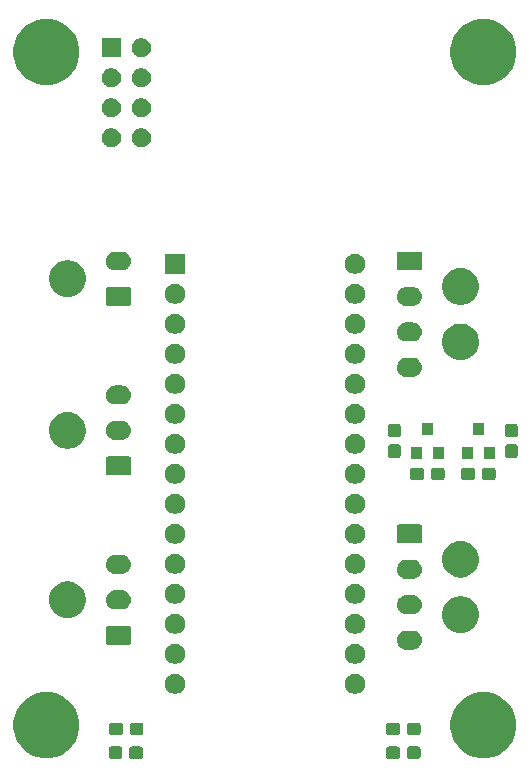
<source format=gbr>
G04 #@! TF.GenerationSoftware,KiCad,Pcbnew,(5.1.5)-3*
G04 #@! TF.CreationDate,2020-05-08T00:45:14-06:00*
G04 #@! TF.ProjectId,vibration,76696272-6174-4696-9f6e-2e6b69636164,rev?*
G04 #@! TF.SameCoordinates,Original*
G04 #@! TF.FileFunction,Soldermask,Top*
G04 #@! TF.FilePolarity,Negative*
%FSLAX46Y46*%
G04 Gerber Fmt 4.6, Leading zero omitted, Abs format (unit mm)*
G04 Created by KiCad (PCBNEW (5.1.5)-3) date 2020-05-08 00:45:14*
%MOMM*%
%LPD*%
G04 APERTURE LIST*
%ADD10C,0.100000*%
G04 APERTURE END LIST*
D10*
G36*
X95523499Y-147802445D02*
G01*
X95560995Y-147813820D01*
X95595554Y-147832292D01*
X95625847Y-147857153D01*
X95650708Y-147887446D01*
X95669180Y-147922005D01*
X95680555Y-147959501D01*
X95685000Y-148004638D01*
X95685000Y-148643362D01*
X95680555Y-148688499D01*
X95669180Y-148725995D01*
X95650708Y-148760554D01*
X95625847Y-148790847D01*
X95595554Y-148815708D01*
X95560995Y-148834180D01*
X95523499Y-148845555D01*
X95478362Y-148850000D01*
X94739638Y-148850000D01*
X94694501Y-148845555D01*
X94657005Y-148834180D01*
X94622446Y-148815708D01*
X94592153Y-148790847D01*
X94567292Y-148760554D01*
X94548820Y-148725995D01*
X94537445Y-148688499D01*
X94533000Y-148643362D01*
X94533000Y-148004638D01*
X94537445Y-147959501D01*
X94548820Y-147922005D01*
X94567292Y-147887446D01*
X94592153Y-147857153D01*
X94622446Y-147832292D01*
X94657005Y-147813820D01*
X94694501Y-147802445D01*
X94739638Y-147798000D01*
X95478362Y-147798000D01*
X95523499Y-147802445D01*
G37*
G36*
X93773499Y-147802445D02*
G01*
X93810995Y-147813820D01*
X93845554Y-147832292D01*
X93875847Y-147857153D01*
X93900708Y-147887446D01*
X93919180Y-147922005D01*
X93930555Y-147959501D01*
X93935000Y-148004638D01*
X93935000Y-148643362D01*
X93930555Y-148688499D01*
X93919180Y-148725995D01*
X93900708Y-148760554D01*
X93875847Y-148790847D01*
X93845554Y-148815708D01*
X93810995Y-148834180D01*
X93773499Y-148845555D01*
X93728362Y-148850000D01*
X92989638Y-148850000D01*
X92944501Y-148845555D01*
X92907005Y-148834180D01*
X92872446Y-148815708D01*
X92842153Y-148790847D01*
X92817292Y-148760554D01*
X92798820Y-148725995D01*
X92787445Y-148688499D01*
X92783000Y-148643362D01*
X92783000Y-148004638D01*
X92787445Y-147959501D01*
X92798820Y-147922005D01*
X92817292Y-147887446D01*
X92842153Y-147857153D01*
X92872446Y-147832292D01*
X92907005Y-147813820D01*
X92944501Y-147802445D01*
X92989638Y-147798000D01*
X93728362Y-147798000D01*
X93773499Y-147802445D01*
G37*
G36*
X72015499Y-147802445D02*
G01*
X72052995Y-147813820D01*
X72087554Y-147832292D01*
X72117847Y-147857153D01*
X72142708Y-147887446D01*
X72161180Y-147922005D01*
X72172555Y-147959501D01*
X72177000Y-148004638D01*
X72177000Y-148643362D01*
X72172555Y-148688499D01*
X72161180Y-148725995D01*
X72142708Y-148760554D01*
X72117847Y-148790847D01*
X72087554Y-148815708D01*
X72052995Y-148834180D01*
X72015499Y-148845555D01*
X71970362Y-148850000D01*
X71231638Y-148850000D01*
X71186501Y-148845555D01*
X71149005Y-148834180D01*
X71114446Y-148815708D01*
X71084153Y-148790847D01*
X71059292Y-148760554D01*
X71040820Y-148725995D01*
X71029445Y-148688499D01*
X71025000Y-148643362D01*
X71025000Y-148004638D01*
X71029445Y-147959501D01*
X71040820Y-147922005D01*
X71059292Y-147887446D01*
X71084153Y-147857153D01*
X71114446Y-147832292D01*
X71149005Y-147813820D01*
X71186501Y-147802445D01*
X71231638Y-147798000D01*
X71970362Y-147798000D01*
X72015499Y-147802445D01*
G37*
G36*
X70265499Y-147802445D02*
G01*
X70302995Y-147813820D01*
X70337554Y-147832292D01*
X70367847Y-147857153D01*
X70392708Y-147887446D01*
X70411180Y-147922005D01*
X70422555Y-147959501D01*
X70427000Y-148004638D01*
X70427000Y-148643362D01*
X70422555Y-148688499D01*
X70411180Y-148725995D01*
X70392708Y-148760554D01*
X70367847Y-148790847D01*
X70337554Y-148815708D01*
X70302995Y-148834180D01*
X70265499Y-148845555D01*
X70220362Y-148850000D01*
X69481638Y-148850000D01*
X69436501Y-148845555D01*
X69399005Y-148834180D01*
X69364446Y-148815708D01*
X69334153Y-148790847D01*
X69309292Y-148760554D01*
X69290820Y-148725995D01*
X69279445Y-148688499D01*
X69275000Y-148643362D01*
X69275000Y-148004638D01*
X69279445Y-147959501D01*
X69290820Y-147922005D01*
X69309292Y-147887446D01*
X69334153Y-147857153D01*
X69364446Y-147832292D01*
X69399005Y-147813820D01*
X69436501Y-147802445D01*
X69481638Y-147798000D01*
X70220362Y-147798000D01*
X70265499Y-147802445D01*
G37*
G36*
X101817021Y-143306640D02*
G01*
X102326769Y-143517785D01*
X102326771Y-143517786D01*
X102785534Y-143824321D01*
X103175679Y-144214466D01*
X103482214Y-144673229D01*
X103482215Y-144673231D01*
X103693360Y-145182979D01*
X103801000Y-145724124D01*
X103801000Y-146275876D01*
X103693360Y-146817021D01*
X103482215Y-147326769D01*
X103482214Y-147326771D01*
X103175679Y-147785534D01*
X102785534Y-148175679D01*
X102326771Y-148482214D01*
X102326770Y-148482215D01*
X102326769Y-148482215D01*
X101817021Y-148693360D01*
X101275876Y-148801000D01*
X100724124Y-148801000D01*
X100182979Y-148693360D01*
X99673231Y-148482215D01*
X99673230Y-148482215D01*
X99673229Y-148482214D01*
X99214466Y-148175679D01*
X98824321Y-147785534D01*
X98517786Y-147326771D01*
X98517785Y-147326769D01*
X98306640Y-146817021D01*
X98199000Y-146275876D01*
X98199000Y-145724124D01*
X98306640Y-145182979D01*
X98517785Y-144673231D01*
X98517786Y-144673229D01*
X98824321Y-144214466D01*
X99214466Y-143824321D01*
X99673229Y-143517786D01*
X99673231Y-143517785D01*
X100182979Y-143306640D01*
X100724124Y-143199000D01*
X101275876Y-143199000D01*
X101817021Y-143306640D01*
G37*
G36*
X64817021Y-143306640D02*
G01*
X65326769Y-143517785D01*
X65326771Y-143517786D01*
X65785534Y-143824321D01*
X66175679Y-144214466D01*
X66482214Y-144673229D01*
X66482215Y-144673231D01*
X66693360Y-145182979D01*
X66801000Y-145724124D01*
X66801000Y-146275876D01*
X66693360Y-146817021D01*
X66482215Y-147326769D01*
X66482214Y-147326771D01*
X66175679Y-147785534D01*
X65785534Y-148175679D01*
X65326771Y-148482214D01*
X65326770Y-148482215D01*
X65326769Y-148482215D01*
X64817021Y-148693360D01*
X64275876Y-148801000D01*
X63724124Y-148801000D01*
X63182979Y-148693360D01*
X62673231Y-148482215D01*
X62673230Y-148482215D01*
X62673229Y-148482214D01*
X62214466Y-148175679D01*
X61824321Y-147785534D01*
X61517786Y-147326771D01*
X61517785Y-147326769D01*
X61306640Y-146817021D01*
X61199000Y-146275876D01*
X61199000Y-145724124D01*
X61306640Y-145182979D01*
X61517785Y-144673231D01*
X61517786Y-144673229D01*
X61824321Y-144214466D01*
X62214466Y-143824321D01*
X62673229Y-143517786D01*
X62673231Y-143517785D01*
X63182979Y-143306640D01*
X63724124Y-143199000D01*
X64275876Y-143199000D01*
X64817021Y-143306640D01*
G37*
G36*
X93773499Y-145782445D02*
G01*
X93810995Y-145793820D01*
X93845554Y-145812292D01*
X93875847Y-145837153D01*
X93900708Y-145867446D01*
X93919180Y-145902005D01*
X93930555Y-145939501D01*
X93935000Y-145984638D01*
X93935000Y-146623362D01*
X93930555Y-146668499D01*
X93919180Y-146705995D01*
X93900708Y-146740554D01*
X93875847Y-146770847D01*
X93845554Y-146795708D01*
X93810995Y-146814180D01*
X93773499Y-146825555D01*
X93728362Y-146830000D01*
X92989638Y-146830000D01*
X92944501Y-146825555D01*
X92907005Y-146814180D01*
X92872446Y-146795708D01*
X92842153Y-146770847D01*
X92817292Y-146740554D01*
X92798820Y-146705995D01*
X92787445Y-146668499D01*
X92783000Y-146623362D01*
X92783000Y-145984638D01*
X92787445Y-145939501D01*
X92798820Y-145902005D01*
X92817292Y-145867446D01*
X92842153Y-145837153D01*
X92872446Y-145812292D01*
X92907005Y-145793820D01*
X92944501Y-145782445D01*
X92989638Y-145778000D01*
X93728362Y-145778000D01*
X93773499Y-145782445D01*
G37*
G36*
X95523499Y-145782445D02*
G01*
X95560995Y-145793820D01*
X95595554Y-145812292D01*
X95625847Y-145837153D01*
X95650708Y-145867446D01*
X95669180Y-145902005D01*
X95680555Y-145939501D01*
X95685000Y-145984638D01*
X95685000Y-146623362D01*
X95680555Y-146668499D01*
X95669180Y-146705995D01*
X95650708Y-146740554D01*
X95625847Y-146770847D01*
X95595554Y-146795708D01*
X95560995Y-146814180D01*
X95523499Y-146825555D01*
X95478362Y-146830000D01*
X94739638Y-146830000D01*
X94694501Y-146825555D01*
X94657005Y-146814180D01*
X94622446Y-146795708D01*
X94592153Y-146770847D01*
X94567292Y-146740554D01*
X94548820Y-146705995D01*
X94537445Y-146668499D01*
X94533000Y-146623362D01*
X94533000Y-145984638D01*
X94537445Y-145939501D01*
X94548820Y-145902005D01*
X94567292Y-145867446D01*
X94592153Y-145837153D01*
X94622446Y-145812292D01*
X94657005Y-145793820D01*
X94694501Y-145782445D01*
X94739638Y-145778000D01*
X95478362Y-145778000D01*
X95523499Y-145782445D01*
G37*
G36*
X72060499Y-145782445D02*
G01*
X72097995Y-145793820D01*
X72132554Y-145812292D01*
X72162847Y-145837153D01*
X72187708Y-145867446D01*
X72206180Y-145902005D01*
X72217555Y-145939501D01*
X72222000Y-145984638D01*
X72222000Y-146623362D01*
X72217555Y-146668499D01*
X72206180Y-146705995D01*
X72187708Y-146740554D01*
X72162847Y-146770847D01*
X72132554Y-146795708D01*
X72097995Y-146814180D01*
X72060499Y-146825555D01*
X72015362Y-146830000D01*
X71276638Y-146830000D01*
X71231501Y-146825555D01*
X71194005Y-146814180D01*
X71159446Y-146795708D01*
X71129153Y-146770847D01*
X71104292Y-146740554D01*
X71085820Y-146705995D01*
X71074445Y-146668499D01*
X71070000Y-146623362D01*
X71070000Y-145984638D01*
X71074445Y-145939501D01*
X71085820Y-145902005D01*
X71104292Y-145867446D01*
X71129153Y-145837153D01*
X71159446Y-145812292D01*
X71194005Y-145793820D01*
X71231501Y-145782445D01*
X71276638Y-145778000D01*
X72015362Y-145778000D01*
X72060499Y-145782445D01*
G37*
G36*
X70310499Y-145782445D02*
G01*
X70347995Y-145793820D01*
X70382554Y-145812292D01*
X70412847Y-145837153D01*
X70437708Y-145867446D01*
X70456180Y-145902005D01*
X70467555Y-145939501D01*
X70472000Y-145984638D01*
X70472000Y-146623362D01*
X70467555Y-146668499D01*
X70456180Y-146705995D01*
X70437708Y-146740554D01*
X70412847Y-146770847D01*
X70382554Y-146795708D01*
X70347995Y-146814180D01*
X70310499Y-146825555D01*
X70265362Y-146830000D01*
X69526638Y-146830000D01*
X69481501Y-146825555D01*
X69444005Y-146814180D01*
X69409446Y-146795708D01*
X69379153Y-146770847D01*
X69354292Y-146740554D01*
X69335820Y-146705995D01*
X69324445Y-146668499D01*
X69320000Y-146623362D01*
X69320000Y-145984638D01*
X69324445Y-145939501D01*
X69335820Y-145902005D01*
X69354292Y-145867446D01*
X69379153Y-145837153D01*
X69409446Y-145812292D01*
X69444005Y-145793820D01*
X69481501Y-145782445D01*
X69526638Y-145778000D01*
X70265362Y-145778000D01*
X70310499Y-145782445D01*
G37*
G36*
X90378228Y-141675703D02*
G01*
X90533100Y-141739853D01*
X90672481Y-141832985D01*
X90791015Y-141951519D01*
X90884147Y-142090900D01*
X90948297Y-142245772D01*
X90981000Y-142410184D01*
X90981000Y-142577816D01*
X90948297Y-142742228D01*
X90884147Y-142897100D01*
X90791015Y-143036481D01*
X90672481Y-143155015D01*
X90533100Y-143248147D01*
X90378228Y-143312297D01*
X90213816Y-143345000D01*
X90046184Y-143345000D01*
X89881772Y-143312297D01*
X89726900Y-143248147D01*
X89587519Y-143155015D01*
X89468985Y-143036481D01*
X89375853Y-142897100D01*
X89311703Y-142742228D01*
X89279000Y-142577816D01*
X89279000Y-142410184D01*
X89311703Y-142245772D01*
X89375853Y-142090900D01*
X89468985Y-141951519D01*
X89587519Y-141832985D01*
X89726900Y-141739853D01*
X89881772Y-141675703D01*
X90046184Y-141643000D01*
X90213816Y-141643000D01*
X90378228Y-141675703D01*
G37*
G36*
X75138228Y-141675703D02*
G01*
X75293100Y-141739853D01*
X75432481Y-141832985D01*
X75551015Y-141951519D01*
X75644147Y-142090900D01*
X75708297Y-142245772D01*
X75741000Y-142410184D01*
X75741000Y-142577816D01*
X75708297Y-142742228D01*
X75644147Y-142897100D01*
X75551015Y-143036481D01*
X75432481Y-143155015D01*
X75293100Y-143248147D01*
X75138228Y-143312297D01*
X74973816Y-143345000D01*
X74806184Y-143345000D01*
X74641772Y-143312297D01*
X74486900Y-143248147D01*
X74347519Y-143155015D01*
X74228985Y-143036481D01*
X74135853Y-142897100D01*
X74071703Y-142742228D01*
X74039000Y-142577816D01*
X74039000Y-142410184D01*
X74071703Y-142245772D01*
X74135853Y-142090900D01*
X74228985Y-141951519D01*
X74347519Y-141832985D01*
X74486900Y-141739853D01*
X74641772Y-141675703D01*
X74806184Y-141643000D01*
X74973816Y-141643000D01*
X75138228Y-141675703D01*
G37*
G36*
X75138228Y-139135703D02*
G01*
X75293100Y-139199853D01*
X75432481Y-139292985D01*
X75551015Y-139411519D01*
X75644147Y-139550900D01*
X75708297Y-139705772D01*
X75741000Y-139870184D01*
X75741000Y-140037816D01*
X75708297Y-140202228D01*
X75644147Y-140357100D01*
X75551015Y-140496481D01*
X75432481Y-140615015D01*
X75293100Y-140708147D01*
X75138228Y-140772297D01*
X74973816Y-140805000D01*
X74806184Y-140805000D01*
X74641772Y-140772297D01*
X74486900Y-140708147D01*
X74347519Y-140615015D01*
X74228985Y-140496481D01*
X74135853Y-140357100D01*
X74071703Y-140202228D01*
X74039000Y-140037816D01*
X74039000Y-139870184D01*
X74071703Y-139705772D01*
X74135853Y-139550900D01*
X74228985Y-139411519D01*
X74347519Y-139292985D01*
X74486900Y-139199853D01*
X74641772Y-139135703D01*
X74806184Y-139103000D01*
X74973816Y-139103000D01*
X75138228Y-139135703D01*
G37*
G36*
X90378228Y-139135703D02*
G01*
X90533100Y-139199853D01*
X90672481Y-139292985D01*
X90791015Y-139411519D01*
X90884147Y-139550900D01*
X90948297Y-139705772D01*
X90981000Y-139870184D01*
X90981000Y-140037816D01*
X90948297Y-140202228D01*
X90884147Y-140357100D01*
X90791015Y-140496481D01*
X90672481Y-140615015D01*
X90533100Y-140708147D01*
X90378228Y-140772297D01*
X90213816Y-140805000D01*
X90046184Y-140805000D01*
X89881772Y-140772297D01*
X89726900Y-140708147D01*
X89587519Y-140615015D01*
X89468985Y-140496481D01*
X89375853Y-140357100D01*
X89311703Y-140202228D01*
X89279000Y-140037816D01*
X89279000Y-139870184D01*
X89311703Y-139705772D01*
X89375853Y-139550900D01*
X89468985Y-139411519D01*
X89587519Y-139292985D01*
X89726900Y-139199853D01*
X89881772Y-139135703D01*
X90046184Y-139103000D01*
X90213816Y-139103000D01*
X90378228Y-139135703D01*
G37*
G36*
X95080571Y-137996863D02*
G01*
X95159023Y-138004590D01*
X95259682Y-138035125D01*
X95310013Y-138050392D01*
X95449165Y-138124771D01*
X95571133Y-138224867D01*
X95671229Y-138346835D01*
X95745608Y-138485987D01*
X95745608Y-138485988D01*
X95791410Y-138636977D01*
X95806875Y-138794000D01*
X95791410Y-138951023D01*
X95786233Y-138968089D01*
X95745608Y-139102013D01*
X95671229Y-139241165D01*
X95571133Y-139363133D01*
X95449165Y-139463229D01*
X95310013Y-139537608D01*
X95266194Y-139550900D01*
X95159023Y-139583410D01*
X95080571Y-139591137D01*
X95041346Y-139595000D01*
X94442654Y-139595000D01*
X94403429Y-139591137D01*
X94324977Y-139583410D01*
X94217806Y-139550900D01*
X94173987Y-139537608D01*
X94034835Y-139463229D01*
X93912867Y-139363133D01*
X93812771Y-139241165D01*
X93738392Y-139102013D01*
X93697767Y-138968089D01*
X93692590Y-138951023D01*
X93677125Y-138794000D01*
X93692590Y-138636977D01*
X93738392Y-138485988D01*
X93738392Y-138485987D01*
X93812771Y-138346835D01*
X93912867Y-138224867D01*
X94034835Y-138124771D01*
X94173987Y-138050392D01*
X94224318Y-138035125D01*
X94324977Y-138004590D01*
X94403429Y-137996863D01*
X94442654Y-137993000D01*
X95041346Y-137993000D01*
X95080571Y-137996863D01*
G37*
G36*
X71017048Y-137585122D02*
G01*
X71051387Y-137595539D01*
X71083036Y-137612456D01*
X71110778Y-137635222D01*
X71133544Y-137662964D01*
X71150461Y-137694613D01*
X71160878Y-137728952D01*
X71165000Y-137770807D01*
X71165000Y-138993193D01*
X71160878Y-139035048D01*
X71150461Y-139069387D01*
X71133544Y-139101036D01*
X71110778Y-139128778D01*
X71083036Y-139151544D01*
X71051387Y-139168461D01*
X71017048Y-139178878D01*
X70975193Y-139183000D01*
X69232807Y-139183000D01*
X69190952Y-139178878D01*
X69156613Y-139168461D01*
X69124964Y-139151544D01*
X69097222Y-139128778D01*
X69074456Y-139101036D01*
X69057539Y-139069387D01*
X69047122Y-139035048D01*
X69043000Y-138993193D01*
X69043000Y-137770807D01*
X69047122Y-137728952D01*
X69057539Y-137694613D01*
X69074456Y-137662964D01*
X69097222Y-137635222D01*
X69124964Y-137612456D01*
X69156613Y-137595539D01*
X69190952Y-137585122D01*
X69232807Y-137581000D01*
X70975193Y-137581000D01*
X71017048Y-137585122D01*
G37*
G36*
X90378228Y-136595703D02*
G01*
X90533100Y-136659853D01*
X90672481Y-136752985D01*
X90791015Y-136871519D01*
X90884147Y-137010900D01*
X90948297Y-137165772D01*
X90981000Y-137330184D01*
X90981000Y-137497816D01*
X90948297Y-137662228D01*
X90884147Y-137817100D01*
X90791015Y-137956481D01*
X90672481Y-138075015D01*
X90533100Y-138168147D01*
X90378228Y-138232297D01*
X90213816Y-138265000D01*
X90046184Y-138265000D01*
X89881772Y-138232297D01*
X89726900Y-138168147D01*
X89587519Y-138075015D01*
X89468985Y-137956481D01*
X89375853Y-137817100D01*
X89311703Y-137662228D01*
X89279000Y-137497816D01*
X89279000Y-137330184D01*
X89311703Y-137165772D01*
X89375853Y-137010900D01*
X89468985Y-136871519D01*
X89587519Y-136752985D01*
X89726900Y-136659853D01*
X89881772Y-136595703D01*
X90046184Y-136563000D01*
X90213816Y-136563000D01*
X90378228Y-136595703D01*
G37*
G36*
X75138228Y-136595703D02*
G01*
X75293100Y-136659853D01*
X75432481Y-136752985D01*
X75551015Y-136871519D01*
X75644147Y-137010900D01*
X75708297Y-137165772D01*
X75741000Y-137330184D01*
X75741000Y-137497816D01*
X75708297Y-137662228D01*
X75644147Y-137817100D01*
X75551015Y-137956481D01*
X75432481Y-138075015D01*
X75293100Y-138168147D01*
X75138228Y-138232297D01*
X74973816Y-138265000D01*
X74806184Y-138265000D01*
X74641772Y-138232297D01*
X74486900Y-138168147D01*
X74347519Y-138075015D01*
X74228985Y-137956481D01*
X74135853Y-137817100D01*
X74071703Y-137662228D01*
X74039000Y-137497816D01*
X74039000Y-137330184D01*
X74071703Y-137165772D01*
X74135853Y-137010900D01*
X74228985Y-136871519D01*
X74347519Y-136752985D01*
X74486900Y-136659853D01*
X74641772Y-136595703D01*
X74806184Y-136563000D01*
X74973816Y-136563000D01*
X75138228Y-136595703D01*
G37*
G36*
X99361699Y-135122228D02*
G01*
X99514410Y-135152604D01*
X99796674Y-135269521D01*
X100050705Y-135439259D01*
X100266741Y-135655295D01*
X100436479Y-135909326D01*
X100553396Y-136191590D01*
X100613000Y-136491240D01*
X100613000Y-136796760D01*
X100553396Y-137096410D01*
X100436479Y-137378674D01*
X100266741Y-137632705D01*
X100050705Y-137848741D01*
X99796674Y-138018479D01*
X99514410Y-138135396D01*
X99364585Y-138165198D01*
X99214761Y-138195000D01*
X98909239Y-138195000D01*
X98759415Y-138165198D01*
X98609590Y-138135396D01*
X98327326Y-138018479D01*
X98073295Y-137848741D01*
X97857259Y-137632705D01*
X97687521Y-137378674D01*
X97570604Y-137096410D01*
X97511000Y-136796760D01*
X97511000Y-136491240D01*
X97570604Y-136191590D01*
X97687521Y-135909326D01*
X97857259Y-135655295D01*
X98073295Y-135439259D01*
X98327326Y-135269521D01*
X98609590Y-135152604D01*
X98762301Y-135122228D01*
X98909239Y-135093000D01*
X99214761Y-135093000D01*
X99361699Y-135122228D01*
G37*
G36*
X66086585Y-133860802D02*
G01*
X66236410Y-133890604D01*
X66518674Y-134007521D01*
X66772705Y-134177259D01*
X66988741Y-134393295D01*
X67158479Y-134647326D01*
X67275396Y-134929590D01*
X67305198Y-135079415D01*
X67335000Y-135229239D01*
X67335000Y-135534761D01*
X67334152Y-135539023D01*
X67275396Y-135834410D01*
X67158479Y-136116674D01*
X66988741Y-136370705D01*
X66772705Y-136586741D01*
X66518674Y-136756479D01*
X66236410Y-136873396D01*
X66086585Y-136903198D01*
X65936761Y-136933000D01*
X65631239Y-136933000D01*
X65481415Y-136903198D01*
X65331590Y-136873396D01*
X65049326Y-136756479D01*
X64795295Y-136586741D01*
X64579259Y-136370705D01*
X64409521Y-136116674D01*
X64292604Y-135834410D01*
X64233848Y-135539023D01*
X64233000Y-135534761D01*
X64233000Y-135229239D01*
X64262802Y-135079415D01*
X64292604Y-134929590D01*
X64409521Y-134647326D01*
X64579259Y-134393295D01*
X64795295Y-134177259D01*
X65049326Y-134007521D01*
X65331590Y-133890604D01*
X65481415Y-133860802D01*
X65631239Y-133831000D01*
X65936761Y-133831000D01*
X66086585Y-133860802D01*
G37*
G36*
X95080571Y-134996863D02*
G01*
X95159023Y-135004590D01*
X95259682Y-135035125D01*
X95310013Y-135050392D01*
X95449165Y-135124771D01*
X95571133Y-135224867D01*
X95671229Y-135346835D01*
X95745608Y-135485987D01*
X95745608Y-135485988D01*
X95791410Y-135636977D01*
X95806875Y-135794000D01*
X95791410Y-135951023D01*
X95761013Y-136051229D01*
X95745608Y-136102013D01*
X95671229Y-136241165D01*
X95571133Y-136363133D01*
X95449165Y-136463229D01*
X95310013Y-136537608D01*
X95259682Y-136552875D01*
X95159023Y-136583410D01*
X95080571Y-136591137D01*
X95041346Y-136595000D01*
X94442654Y-136595000D01*
X94403429Y-136591137D01*
X94324977Y-136583410D01*
X94224318Y-136552875D01*
X94173987Y-136537608D01*
X94034835Y-136463229D01*
X93912867Y-136363133D01*
X93812771Y-136241165D01*
X93738392Y-136102013D01*
X93722987Y-136051229D01*
X93692590Y-135951023D01*
X93677125Y-135794000D01*
X93692590Y-135636977D01*
X93738392Y-135485988D01*
X93738392Y-135485987D01*
X93812771Y-135346835D01*
X93912867Y-135224867D01*
X94034835Y-135124771D01*
X94173987Y-135050392D01*
X94224318Y-135035125D01*
X94324977Y-135004590D01*
X94403429Y-134996863D01*
X94442654Y-134993000D01*
X95041346Y-134993000D01*
X95080571Y-134996863D01*
G37*
G36*
X70442571Y-134584863D02*
G01*
X70521023Y-134592590D01*
X70621682Y-134623125D01*
X70672013Y-134638392D01*
X70811165Y-134712771D01*
X70933133Y-134812867D01*
X71033229Y-134934835D01*
X71107608Y-135073987D01*
X71107608Y-135073988D01*
X71153410Y-135224977D01*
X71168875Y-135382000D01*
X71153410Y-135539023D01*
X71126374Y-135628148D01*
X71107608Y-135690013D01*
X71033229Y-135829165D01*
X70933133Y-135951133D01*
X70811165Y-136051229D01*
X70672013Y-136125608D01*
X70621682Y-136140875D01*
X70521023Y-136171410D01*
X70442571Y-136179137D01*
X70403346Y-136183000D01*
X69804654Y-136183000D01*
X69765429Y-136179137D01*
X69686977Y-136171410D01*
X69586318Y-136140875D01*
X69535987Y-136125608D01*
X69396835Y-136051229D01*
X69274867Y-135951133D01*
X69174771Y-135829165D01*
X69100392Y-135690013D01*
X69081626Y-135628148D01*
X69054590Y-135539023D01*
X69039125Y-135382000D01*
X69054590Y-135224977D01*
X69100392Y-135073988D01*
X69100392Y-135073987D01*
X69174771Y-134934835D01*
X69274867Y-134812867D01*
X69396835Y-134712771D01*
X69535987Y-134638392D01*
X69586318Y-134623125D01*
X69686977Y-134592590D01*
X69765429Y-134584863D01*
X69804654Y-134581000D01*
X70403346Y-134581000D01*
X70442571Y-134584863D01*
G37*
G36*
X90378228Y-134055703D02*
G01*
X90533100Y-134119853D01*
X90672481Y-134212985D01*
X90791015Y-134331519D01*
X90884147Y-134470900D01*
X90948297Y-134625772D01*
X90981000Y-134790184D01*
X90981000Y-134957816D01*
X90948297Y-135122228D01*
X90884147Y-135277100D01*
X90791015Y-135416481D01*
X90672481Y-135535015D01*
X90533100Y-135628147D01*
X90378228Y-135692297D01*
X90213816Y-135725000D01*
X90046184Y-135725000D01*
X89881772Y-135692297D01*
X89726900Y-135628147D01*
X89587519Y-135535015D01*
X89468985Y-135416481D01*
X89375853Y-135277100D01*
X89311703Y-135122228D01*
X89279000Y-134957816D01*
X89279000Y-134790184D01*
X89311703Y-134625772D01*
X89375853Y-134470900D01*
X89468985Y-134331519D01*
X89587519Y-134212985D01*
X89726900Y-134119853D01*
X89881772Y-134055703D01*
X90046184Y-134023000D01*
X90213816Y-134023000D01*
X90378228Y-134055703D01*
G37*
G36*
X75138228Y-134055703D02*
G01*
X75293100Y-134119853D01*
X75432481Y-134212985D01*
X75551015Y-134331519D01*
X75644147Y-134470900D01*
X75708297Y-134625772D01*
X75741000Y-134790184D01*
X75741000Y-134957816D01*
X75708297Y-135122228D01*
X75644147Y-135277100D01*
X75551015Y-135416481D01*
X75432481Y-135535015D01*
X75293100Y-135628147D01*
X75138228Y-135692297D01*
X74973816Y-135725000D01*
X74806184Y-135725000D01*
X74641772Y-135692297D01*
X74486900Y-135628147D01*
X74347519Y-135535015D01*
X74228985Y-135416481D01*
X74135853Y-135277100D01*
X74071703Y-135122228D01*
X74039000Y-134957816D01*
X74039000Y-134790184D01*
X74071703Y-134625772D01*
X74135853Y-134470900D01*
X74228985Y-134331519D01*
X74347519Y-134212985D01*
X74486900Y-134119853D01*
X74641772Y-134055703D01*
X74806184Y-134023000D01*
X74973816Y-134023000D01*
X75138228Y-134055703D01*
G37*
G36*
X95080571Y-131996863D02*
G01*
X95159023Y-132004590D01*
X95259682Y-132035125D01*
X95310013Y-132050392D01*
X95449165Y-132124771D01*
X95571133Y-132224867D01*
X95671229Y-132346835D01*
X95745608Y-132485987D01*
X95745608Y-132485988D01*
X95791410Y-132636977D01*
X95806875Y-132794000D01*
X95791410Y-132951023D01*
X95778065Y-132995015D01*
X95745608Y-133102013D01*
X95671229Y-133241165D01*
X95571133Y-133363133D01*
X95449165Y-133463229D01*
X95310013Y-133537608D01*
X95259682Y-133552875D01*
X95159023Y-133583410D01*
X95080571Y-133591137D01*
X95041346Y-133595000D01*
X94442654Y-133595000D01*
X94403429Y-133591137D01*
X94324977Y-133583410D01*
X94224318Y-133552875D01*
X94173987Y-133537608D01*
X94034835Y-133463229D01*
X93912867Y-133363133D01*
X93812771Y-133241165D01*
X93738392Y-133102013D01*
X93705935Y-132995015D01*
X93692590Y-132951023D01*
X93677125Y-132794000D01*
X93692590Y-132636977D01*
X93738392Y-132485988D01*
X93738392Y-132485987D01*
X93812771Y-132346835D01*
X93912867Y-132224867D01*
X94034835Y-132124771D01*
X94173987Y-132050392D01*
X94224318Y-132035125D01*
X94324977Y-132004590D01*
X94403429Y-131996863D01*
X94442654Y-131993000D01*
X95041346Y-131993000D01*
X95080571Y-131996863D01*
G37*
G36*
X99364585Y-130422802D02*
G01*
X99514410Y-130452604D01*
X99796674Y-130569521D01*
X100050705Y-130739259D01*
X100266741Y-130955295D01*
X100436479Y-131209326D01*
X100553396Y-131491590D01*
X100613000Y-131791240D01*
X100613000Y-132096760D01*
X100553396Y-132396410D01*
X100436479Y-132678674D01*
X100266741Y-132932705D01*
X100050705Y-133148741D01*
X99796674Y-133318479D01*
X99514410Y-133435396D01*
X99374484Y-133463229D01*
X99214761Y-133495000D01*
X98909239Y-133495000D01*
X98749516Y-133463229D01*
X98609590Y-133435396D01*
X98327326Y-133318479D01*
X98073295Y-133148741D01*
X97857259Y-132932705D01*
X97687521Y-132678674D01*
X97570604Y-132396410D01*
X97511000Y-132096760D01*
X97511000Y-131791240D01*
X97570604Y-131491590D01*
X97687521Y-131209326D01*
X97857259Y-130955295D01*
X98073295Y-130739259D01*
X98327326Y-130569521D01*
X98609590Y-130452604D01*
X98759415Y-130422802D01*
X98909239Y-130393000D01*
X99214761Y-130393000D01*
X99364585Y-130422802D01*
G37*
G36*
X75138228Y-131515703D02*
G01*
X75293100Y-131579853D01*
X75432481Y-131672985D01*
X75551015Y-131791519D01*
X75644147Y-131930900D01*
X75708297Y-132085772D01*
X75741000Y-132250184D01*
X75741000Y-132417816D01*
X75708297Y-132582228D01*
X75644147Y-132737100D01*
X75551015Y-132876481D01*
X75432481Y-132995015D01*
X75293100Y-133088147D01*
X75138228Y-133152297D01*
X74973816Y-133185000D01*
X74806184Y-133185000D01*
X74641772Y-133152297D01*
X74486900Y-133088147D01*
X74347519Y-132995015D01*
X74228985Y-132876481D01*
X74135853Y-132737100D01*
X74071703Y-132582228D01*
X74039000Y-132417816D01*
X74039000Y-132250184D01*
X74071703Y-132085772D01*
X74135853Y-131930900D01*
X74228985Y-131791519D01*
X74347519Y-131672985D01*
X74486900Y-131579853D01*
X74641772Y-131515703D01*
X74806184Y-131483000D01*
X74973816Y-131483000D01*
X75138228Y-131515703D01*
G37*
G36*
X90378228Y-131515703D02*
G01*
X90533100Y-131579853D01*
X90672481Y-131672985D01*
X90791015Y-131791519D01*
X90884147Y-131930900D01*
X90948297Y-132085772D01*
X90981000Y-132250184D01*
X90981000Y-132417816D01*
X90948297Y-132582228D01*
X90884147Y-132737100D01*
X90791015Y-132876481D01*
X90672481Y-132995015D01*
X90533100Y-133088147D01*
X90378228Y-133152297D01*
X90213816Y-133185000D01*
X90046184Y-133185000D01*
X89881772Y-133152297D01*
X89726900Y-133088147D01*
X89587519Y-132995015D01*
X89468985Y-132876481D01*
X89375853Y-132737100D01*
X89311703Y-132582228D01*
X89279000Y-132417816D01*
X89279000Y-132250184D01*
X89311703Y-132085772D01*
X89375853Y-131930900D01*
X89468985Y-131791519D01*
X89587519Y-131672985D01*
X89726900Y-131579853D01*
X89881772Y-131515703D01*
X90046184Y-131483000D01*
X90213816Y-131483000D01*
X90378228Y-131515703D01*
G37*
G36*
X70442571Y-131584863D02*
G01*
X70521023Y-131592590D01*
X70621682Y-131623125D01*
X70672013Y-131638392D01*
X70811165Y-131712771D01*
X70933133Y-131812867D01*
X71033229Y-131934835D01*
X71107608Y-132073987D01*
X71111183Y-132085772D01*
X71153410Y-132224977D01*
X71168875Y-132382000D01*
X71153410Y-132539023D01*
X71123696Y-132636977D01*
X71107608Y-132690013D01*
X71033229Y-132829165D01*
X70933133Y-132951133D01*
X70811165Y-133051229D01*
X70672013Y-133125608D01*
X70621682Y-133140875D01*
X70521023Y-133171410D01*
X70442571Y-133179137D01*
X70403346Y-133183000D01*
X69804654Y-133183000D01*
X69765429Y-133179137D01*
X69686977Y-133171410D01*
X69586318Y-133140875D01*
X69535987Y-133125608D01*
X69396835Y-133051229D01*
X69274867Y-132951133D01*
X69174771Y-132829165D01*
X69100392Y-132690013D01*
X69084304Y-132636977D01*
X69054590Y-132539023D01*
X69039125Y-132382000D01*
X69054590Y-132224977D01*
X69096817Y-132085772D01*
X69100392Y-132073987D01*
X69174771Y-131934835D01*
X69274867Y-131812867D01*
X69396835Y-131712771D01*
X69535987Y-131638392D01*
X69586318Y-131623125D01*
X69686977Y-131592590D01*
X69765429Y-131584863D01*
X69804654Y-131581000D01*
X70403346Y-131581000D01*
X70442571Y-131584863D01*
G37*
G36*
X90378228Y-128975703D02*
G01*
X90533100Y-129039853D01*
X90672481Y-129132985D01*
X90791015Y-129251519D01*
X90884147Y-129390900D01*
X90948297Y-129545772D01*
X90981000Y-129710184D01*
X90981000Y-129877816D01*
X90948297Y-130042228D01*
X90884147Y-130197100D01*
X90791015Y-130336481D01*
X90672481Y-130455015D01*
X90533100Y-130548147D01*
X90378228Y-130612297D01*
X90213816Y-130645000D01*
X90046184Y-130645000D01*
X89881772Y-130612297D01*
X89726900Y-130548147D01*
X89587519Y-130455015D01*
X89468985Y-130336481D01*
X89375853Y-130197100D01*
X89311703Y-130042228D01*
X89279000Y-129877816D01*
X89279000Y-129710184D01*
X89311703Y-129545772D01*
X89375853Y-129390900D01*
X89468985Y-129251519D01*
X89587519Y-129132985D01*
X89726900Y-129039853D01*
X89881772Y-128975703D01*
X90046184Y-128943000D01*
X90213816Y-128943000D01*
X90378228Y-128975703D01*
G37*
G36*
X75138228Y-128975703D02*
G01*
X75293100Y-129039853D01*
X75432481Y-129132985D01*
X75551015Y-129251519D01*
X75644147Y-129390900D01*
X75708297Y-129545772D01*
X75741000Y-129710184D01*
X75741000Y-129877816D01*
X75708297Y-130042228D01*
X75644147Y-130197100D01*
X75551015Y-130336481D01*
X75432481Y-130455015D01*
X75293100Y-130548147D01*
X75138228Y-130612297D01*
X74973816Y-130645000D01*
X74806184Y-130645000D01*
X74641772Y-130612297D01*
X74486900Y-130548147D01*
X74347519Y-130455015D01*
X74228985Y-130336481D01*
X74135853Y-130197100D01*
X74071703Y-130042228D01*
X74039000Y-129877816D01*
X74039000Y-129710184D01*
X74071703Y-129545772D01*
X74135853Y-129390900D01*
X74228985Y-129251519D01*
X74347519Y-129132985D01*
X74486900Y-129039853D01*
X74641772Y-128975703D01*
X74806184Y-128943000D01*
X74973816Y-128943000D01*
X75138228Y-128975703D01*
G37*
G36*
X95655048Y-128997122D02*
G01*
X95689387Y-129007539D01*
X95721036Y-129024456D01*
X95748778Y-129047222D01*
X95771544Y-129074964D01*
X95788461Y-129106613D01*
X95798878Y-129140952D01*
X95803000Y-129182807D01*
X95803000Y-130405193D01*
X95798878Y-130447048D01*
X95788461Y-130481387D01*
X95771544Y-130513036D01*
X95748778Y-130540778D01*
X95721036Y-130563544D01*
X95689387Y-130580461D01*
X95655048Y-130590878D01*
X95613193Y-130595000D01*
X93870807Y-130595000D01*
X93828952Y-130590878D01*
X93794613Y-130580461D01*
X93762964Y-130563544D01*
X93735222Y-130540778D01*
X93712456Y-130513036D01*
X93695539Y-130481387D01*
X93685122Y-130447048D01*
X93681000Y-130405193D01*
X93681000Y-129182807D01*
X93685122Y-129140952D01*
X93695539Y-129106613D01*
X93712456Y-129074964D01*
X93735222Y-129047222D01*
X93762964Y-129024456D01*
X93794613Y-129007539D01*
X93828952Y-128997122D01*
X93870807Y-128993000D01*
X95613193Y-128993000D01*
X95655048Y-128997122D01*
G37*
G36*
X75138228Y-126435703D02*
G01*
X75293100Y-126499853D01*
X75432481Y-126592985D01*
X75551015Y-126711519D01*
X75644147Y-126850900D01*
X75708297Y-127005772D01*
X75741000Y-127170184D01*
X75741000Y-127337816D01*
X75708297Y-127502228D01*
X75644147Y-127657100D01*
X75551015Y-127796481D01*
X75432481Y-127915015D01*
X75293100Y-128008147D01*
X75138228Y-128072297D01*
X74973816Y-128105000D01*
X74806184Y-128105000D01*
X74641772Y-128072297D01*
X74486900Y-128008147D01*
X74347519Y-127915015D01*
X74228985Y-127796481D01*
X74135853Y-127657100D01*
X74071703Y-127502228D01*
X74039000Y-127337816D01*
X74039000Y-127170184D01*
X74071703Y-127005772D01*
X74135853Y-126850900D01*
X74228985Y-126711519D01*
X74347519Y-126592985D01*
X74486900Y-126499853D01*
X74641772Y-126435703D01*
X74806184Y-126403000D01*
X74973816Y-126403000D01*
X75138228Y-126435703D01*
G37*
G36*
X90378228Y-126435703D02*
G01*
X90533100Y-126499853D01*
X90672481Y-126592985D01*
X90791015Y-126711519D01*
X90884147Y-126850900D01*
X90948297Y-127005772D01*
X90981000Y-127170184D01*
X90981000Y-127337816D01*
X90948297Y-127502228D01*
X90884147Y-127657100D01*
X90791015Y-127796481D01*
X90672481Y-127915015D01*
X90533100Y-128008147D01*
X90378228Y-128072297D01*
X90213816Y-128105000D01*
X90046184Y-128105000D01*
X89881772Y-128072297D01*
X89726900Y-128008147D01*
X89587519Y-127915015D01*
X89468985Y-127796481D01*
X89375853Y-127657100D01*
X89311703Y-127502228D01*
X89279000Y-127337816D01*
X89279000Y-127170184D01*
X89311703Y-127005772D01*
X89375853Y-126850900D01*
X89468985Y-126711519D01*
X89587519Y-126592985D01*
X89726900Y-126499853D01*
X89881772Y-126435703D01*
X90046184Y-126403000D01*
X90213816Y-126403000D01*
X90378228Y-126435703D01*
G37*
G36*
X90378228Y-123895703D02*
G01*
X90533100Y-123959853D01*
X90672481Y-124052985D01*
X90791015Y-124171519D01*
X90884147Y-124310900D01*
X90948297Y-124465772D01*
X90981000Y-124630184D01*
X90981000Y-124797816D01*
X90948297Y-124962228D01*
X90884147Y-125117100D01*
X90791015Y-125256481D01*
X90672481Y-125375015D01*
X90533100Y-125468147D01*
X90378228Y-125532297D01*
X90213816Y-125565000D01*
X90046184Y-125565000D01*
X89881772Y-125532297D01*
X89726900Y-125468147D01*
X89587519Y-125375015D01*
X89468985Y-125256481D01*
X89375853Y-125117100D01*
X89311703Y-124962228D01*
X89279000Y-124797816D01*
X89279000Y-124630184D01*
X89311703Y-124465772D01*
X89375853Y-124310900D01*
X89468985Y-124171519D01*
X89587519Y-124052985D01*
X89726900Y-123959853D01*
X89881772Y-123895703D01*
X90046184Y-123863000D01*
X90213816Y-123863000D01*
X90378228Y-123895703D01*
G37*
G36*
X75138228Y-123895703D02*
G01*
X75293100Y-123959853D01*
X75432481Y-124052985D01*
X75551015Y-124171519D01*
X75644147Y-124310900D01*
X75708297Y-124465772D01*
X75741000Y-124630184D01*
X75741000Y-124797816D01*
X75708297Y-124962228D01*
X75644147Y-125117100D01*
X75551015Y-125256481D01*
X75432481Y-125375015D01*
X75293100Y-125468147D01*
X75138228Y-125532297D01*
X74973816Y-125565000D01*
X74806184Y-125565000D01*
X74641772Y-125532297D01*
X74486900Y-125468147D01*
X74347519Y-125375015D01*
X74228985Y-125256481D01*
X74135853Y-125117100D01*
X74071703Y-124962228D01*
X74039000Y-124797816D01*
X74039000Y-124630184D01*
X74071703Y-124465772D01*
X74135853Y-124310900D01*
X74228985Y-124171519D01*
X74347519Y-124052985D01*
X74486900Y-123959853D01*
X74641772Y-123895703D01*
X74806184Y-123863000D01*
X74973816Y-123863000D01*
X75138228Y-123895703D01*
G37*
G36*
X100123499Y-124192445D02*
G01*
X100160995Y-124203820D01*
X100195554Y-124222292D01*
X100225847Y-124247153D01*
X100250708Y-124277446D01*
X100269180Y-124312005D01*
X100280555Y-124349501D01*
X100285000Y-124394638D01*
X100285000Y-125033362D01*
X100280555Y-125078499D01*
X100269180Y-125115995D01*
X100250708Y-125150554D01*
X100225847Y-125180847D01*
X100195554Y-125205708D01*
X100160995Y-125224180D01*
X100123499Y-125235555D01*
X100078362Y-125240000D01*
X99339638Y-125240000D01*
X99294501Y-125235555D01*
X99257005Y-125224180D01*
X99222446Y-125205708D01*
X99192153Y-125180847D01*
X99167292Y-125150554D01*
X99148820Y-125115995D01*
X99137445Y-125078499D01*
X99133000Y-125033362D01*
X99133000Y-124394638D01*
X99137445Y-124349501D01*
X99148820Y-124312005D01*
X99167292Y-124277446D01*
X99192153Y-124247153D01*
X99222446Y-124222292D01*
X99257005Y-124203820D01*
X99294501Y-124192445D01*
X99339638Y-124188000D01*
X100078362Y-124188000D01*
X100123499Y-124192445D01*
G37*
G36*
X97555499Y-124192445D02*
G01*
X97592995Y-124203820D01*
X97627554Y-124222292D01*
X97657847Y-124247153D01*
X97682708Y-124277446D01*
X97701180Y-124312005D01*
X97712555Y-124349501D01*
X97717000Y-124394638D01*
X97717000Y-125033362D01*
X97712555Y-125078499D01*
X97701180Y-125115995D01*
X97682708Y-125150554D01*
X97657847Y-125180847D01*
X97627554Y-125205708D01*
X97592995Y-125224180D01*
X97555499Y-125235555D01*
X97510362Y-125240000D01*
X96771638Y-125240000D01*
X96726501Y-125235555D01*
X96689005Y-125224180D01*
X96654446Y-125205708D01*
X96624153Y-125180847D01*
X96599292Y-125150554D01*
X96580820Y-125115995D01*
X96569445Y-125078499D01*
X96565000Y-125033362D01*
X96565000Y-124394638D01*
X96569445Y-124349501D01*
X96580820Y-124312005D01*
X96599292Y-124277446D01*
X96624153Y-124247153D01*
X96654446Y-124222292D01*
X96689005Y-124203820D01*
X96726501Y-124192445D01*
X96771638Y-124188000D01*
X97510362Y-124188000D01*
X97555499Y-124192445D01*
G37*
G36*
X95805499Y-124192445D02*
G01*
X95842995Y-124203820D01*
X95877554Y-124222292D01*
X95907847Y-124247153D01*
X95932708Y-124277446D01*
X95951180Y-124312005D01*
X95962555Y-124349501D01*
X95967000Y-124394638D01*
X95967000Y-125033362D01*
X95962555Y-125078499D01*
X95951180Y-125115995D01*
X95932708Y-125150554D01*
X95907847Y-125180847D01*
X95877554Y-125205708D01*
X95842995Y-125224180D01*
X95805499Y-125235555D01*
X95760362Y-125240000D01*
X95021638Y-125240000D01*
X94976501Y-125235555D01*
X94939005Y-125224180D01*
X94904446Y-125205708D01*
X94874153Y-125180847D01*
X94849292Y-125150554D01*
X94830820Y-125115995D01*
X94819445Y-125078499D01*
X94815000Y-125033362D01*
X94815000Y-124394638D01*
X94819445Y-124349501D01*
X94830820Y-124312005D01*
X94849292Y-124277446D01*
X94874153Y-124247153D01*
X94904446Y-124222292D01*
X94939005Y-124203820D01*
X94976501Y-124192445D01*
X95021638Y-124188000D01*
X95760362Y-124188000D01*
X95805499Y-124192445D01*
G37*
G36*
X101873499Y-124192445D02*
G01*
X101910995Y-124203820D01*
X101945554Y-124222292D01*
X101975847Y-124247153D01*
X102000708Y-124277446D01*
X102019180Y-124312005D01*
X102030555Y-124349501D01*
X102035000Y-124394638D01*
X102035000Y-125033362D01*
X102030555Y-125078499D01*
X102019180Y-125115995D01*
X102000708Y-125150554D01*
X101975847Y-125180847D01*
X101945554Y-125205708D01*
X101910995Y-125224180D01*
X101873499Y-125235555D01*
X101828362Y-125240000D01*
X101089638Y-125240000D01*
X101044501Y-125235555D01*
X101007005Y-125224180D01*
X100972446Y-125205708D01*
X100942153Y-125180847D01*
X100917292Y-125150554D01*
X100898820Y-125115995D01*
X100887445Y-125078499D01*
X100883000Y-125033362D01*
X100883000Y-124394638D01*
X100887445Y-124349501D01*
X100898820Y-124312005D01*
X100917292Y-124277446D01*
X100942153Y-124247153D01*
X100972446Y-124222292D01*
X101007005Y-124203820D01*
X101044501Y-124192445D01*
X101089638Y-124188000D01*
X101828362Y-124188000D01*
X101873499Y-124192445D01*
G37*
G36*
X71017048Y-123241122D02*
G01*
X71051387Y-123251539D01*
X71083036Y-123268456D01*
X71110778Y-123291222D01*
X71133544Y-123318964D01*
X71150461Y-123350613D01*
X71160878Y-123384952D01*
X71165000Y-123426807D01*
X71165000Y-124649193D01*
X71160878Y-124691048D01*
X71150461Y-124725387D01*
X71133544Y-124757036D01*
X71110778Y-124784778D01*
X71083036Y-124807544D01*
X71051387Y-124824461D01*
X71017048Y-124834878D01*
X70975193Y-124839000D01*
X69232807Y-124839000D01*
X69190952Y-124834878D01*
X69156613Y-124824461D01*
X69124964Y-124807544D01*
X69097222Y-124784778D01*
X69074456Y-124757036D01*
X69057539Y-124725387D01*
X69047122Y-124691048D01*
X69043000Y-124649193D01*
X69043000Y-123426807D01*
X69047122Y-123384952D01*
X69057539Y-123350613D01*
X69074456Y-123318964D01*
X69097222Y-123291222D01*
X69124964Y-123268456D01*
X69156613Y-123251539D01*
X69190952Y-123241122D01*
X69232807Y-123237000D01*
X70975193Y-123237000D01*
X71017048Y-123241122D01*
G37*
G36*
X101985000Y-123421000D02*
G01*
X101083000Y-123421000D01*
X101083000Y-122419000D01*
X101985000Y-122419000D01*
X101985000Y-123421000D01*
G37*
G36*
X95767000Y-123421000D02*
G01*
X94865000Y-123421000D01*
X94865000Y-122419000D01*
X95767000Y-122419000D01*
X95767000Y-123421000D01*
G37*
G36*
X100085000Y-123421000D02*
G01*
X99183000Y-123421000D01*
X99183000Y-122419000D01*
X100085000Y-122419000D01*
X100085000Y-123421000D01*
G37*
G36*
X97667000Y-123421000D02*
G01*
X96765000Y-123421000D01*
X96765000Y-122419000D01*
X97667000Y-122419000D01*
X97667000Y-123421000D01*
G37*
G36*
X103742499Y-122223445D02*
G01*
X103779995Y-122234820D01*
X103814554Y-122253292D01*
X103844847Y-122278153D01*
X103869708Y-122308446D01*
X103888180Y-122343005D01*
X103899555Y-122380501D01*
X103904000Y-122425638D01*
X103904000Y-123164362D01*
X103899555Y-123209499D01*
X103888180Y-123246995D01*
X103869708Y-123281554D01*
X103844847Y-123311847D01*
X103814554Y-123336708D01*
X103779995Y-123355180D01*
X103742499Y-123366555D01*
X103697362Y-123371000D01*
X103058638Y-123371000D01*
X103013501Y-123366555D01*
X102976005Y-123355180D01*
X102941446Y-123336708D01*
X102911153Y-123311847D01*
X102886292Y-123281554D01*
X102867820Y-123246995D01*
X102856445Y-123209499D01*
X102852000Y-123164362D01*
X102852000Y-122425638D01*
X102856445Y-122380501D01*
X102867820Y-122343005D01*
X102886292Y-122308446D01*
X102911153Y-122278153D01*
X102941446Y-122253292D01*
X102976005Y-122234820D01*
X103013501Y-122223445D01*
X103058638Y-122219000D01*
X103697362Y-122219000D01*
X103742499Y-122223445D01*
G37*
G36*
X93836499Y-122223445D02*
G01*
X93873995Y-122234820D01*
X93908554Y-122253292D01*
X93938847Y-122278153D01*
X93963708Y-122308446D01*
X93982180Y-122343005D01*
X93993555Y-122380501D01*
X93998000Y-122425638D01*
X93998000Y-123164362D01*
X93993555Y-123209499D01*
X93982180Y-123246995D01*
X93963708Y-123281554D01*
X93938847Y-123311847D01*
X93908554Y-123336708D01*
X93873995Y-123355180D01*
X93836499Y-123366555D01*
X93791362Y-123371000D01*
X93152638Y-123371000D01*
X93107501Y-123366555D01*
X93070005Y-123355180D01*
X93035446Y-123336708D01*
X93005153Y-123311847D01*
X92980292Y-123281554D01*
X92961820Y-123246995D01*
X92950445Y-123209499D01*
X92946000Y-123164362D01*
X92946000Y-122425638D01*
X92950445Y-122380501D01*
X92961820Y-122343005D01*
X92980292Y-122308446D01*
X93005153Y-122278153D01*
X93035446Y-122253292D01*
X93070005Y-122234820D01*
X93107501Y-122223445D01*
X93152638Y-122219000D01*
X93791362Y-122219000D01*
X93836499Y-122223445D01*
G37*
G36*
X90378228Y-121355703D02*
G01*
X90533100Y-121419853D01*
X90672481Y-121512985D01*
X90791015Y-121631519D01*
X90884147Y-121770900D01*
X90948297Y-121925772D01*
X90981000Y-122090184D01*
X90981000Y-122257816D01*
X90948297Y-122422228D01*
X90884147Y-122577100D01*
X90791015Y-122716481D01*
X90672481Y-122835015D01*
X90533100Y-122928147D01*
X90378228Y-122992297D01*
X90213816Y-123025000D01*
X90046184Y-123025000D01*
X89881772Y-122992297D01*
X89726900Y-122928147D01*
X89587519Y-122835015D01*
X89468985Y-122716481D01*
X89375853Y-122577100D01*
X89311703Y-122422228D01*
X89279000Y-122257816D01*
X89279000Y-122090184D01*
X89311703Y-121925772D01*
X89375853Y-121770900D01*
X89468985Y-121631519D01*
X89587519Y-121512985D01*
X89726900Y-121419853D01*
X89881772Y-121355703D01*
X90046184Y-121323000D01*
X90213816Y-121323000D01*
X90378228Y-121355703D01*
G37*
G36*
X75138228Y-121355703D02*
G01*
X75293100Y-121419853D01*
X75432481Y-121512985D01*
X75551015Y-121631519D01*
X75644147Y-121770900D01*
X75708297Y-121925772D01*
X75741000Y-122090184D01*
X75741000Y-122257816D01*
X75708297Y-122422228D01*
X75644147Y-122577100D01*
X75551015Y-122716481D01*
X75432481Y-122835015D01*
X75293100Y-122928147D01*
X75138228Y-122992297D01*
X74973816Y-123025000D01*
X74806184Y-123025000D01*
X74641772Y-122992297D01*
X74486900Y-122928147D01*
X74347519Y-122835015D01*
X74228985Y-122716481D01*
X74135853Y-122577100D01*
X74071703Y-122422228D01*
X74039000Y-122257816D01*
X74039000Y-122090184D01*
X74071703Y-121925772D01*
X74135853Y-121770900D01*
X74228985Y-121631519D01*
X74347519Y-121512985D01*
X74486900Y-121419853D01*
X74641772Y-121355703D01*
X74806184Y-121323000D01*
X74973816Y-121323000D01*
X75138228Y-121355703D01*
G37*
G36*
X66086585Y-119516802D02*
G01*
X66236410Y-119546604D01*
X66518674Y-119663521D01*
X66772705Y-119833259D01*
X66988741Y-120049295D01*
X67158479Y-120303326D01*
X67275396Y-120585590D01*
X67304519Y-120732000D01*
X67335000Y-120885239D01*
X67335000Y-121190761D01*
X67334152Y-121195023D01*
X67275396Y-121490410D01*
X67158479Y-121772674D01*
X66988741Y-122026705D01*
X66772705Y-122242741D01*
X66518674Y-122412479D01*
X66236410Y-122529396D01*
X66086585Y-122559198D01*
X65936761Y-122589000D01*
X65631239Y-122589000D01*
X65481415Y-122559198D01*
X65331590Y-122529396D01*
X65049326Y-122412479D01*
X64795295Y-122242741D01*
X64579259Y-122026705D01*
X64409521Y-121772674D01*
X64292604Y-121490410D01*
X64233848Y-121195023D01*
X64233000Y-121190761D01*
X64233000Y-120885239D01*
X64263481Y-120732000D01*
X64292604Y-120585590D01*
X64409521Y-120303326D01*
X64579259Y-120049295D01*
X64795295Y-119833259D01*
X65049326Y-119663521D01*
X65331590Y-119546604D01*
X65481415Y-119516802D01*
X65631239Y-119487000D01*
X65936761Y-119487000D01*
X66086585Y-119516802D01*
G37*
G36*
X70442571Y-120240863D02*
G01*
X70521023Y-120248590D01*
X70621682Y-120279125D01*
X70672013Y-120294392D01*
X70811165Y-120368771D01*
X70933133Y-120468867D01*
X71033229Y-120590835D01*
X71107608Y-120729987D01*
X71122875Y-120780318D01*
X71153410Y-120880977D01*
X71168875Y-121038000D01*
X71153410Y-121195023D01*
X71122875Y-121295682D01*
X71107608Y-121346013D01*
X71033229Y-121485165D01*
X70933133Y-121607133D01*
X70811165Y-121707229D01*
X70672013Y-121781608D01*
X70621682Y-121796875D01*
X70521023Y-121827410D01*
X70442571Y-121835137D01*
X70403346Y-121839000D01*
X69804654Y-121839000D01*
X69765429Y-121835137D01*
X69686977Y-121827410D01*
X69586318Y-121796875D01*
X69535987Y-121781608D01*
X69396835Y-121707229D01*
X69274867Y-121607133D01*
X69174771Y-121485165D01*
X69100392Y-121346013D01*
X69085125Y-121295682D01*
X69054590Y-121195023D01*
X69039125Y-121038000D01*
X69054590Y-120880977D01*
X69085125Y-120780318D01*
X69100392Y-120729987D01*
X69174771Y-120590835D01*
X69274867Y-120468867D01*
X69396835Y-120368771D01*
X69535987Y-120294392D01*
X69586318Y-120279125D01*
X69686977Y-120248590D01*
X69765429Y-120240863D01*
X69804654Y-120237000D01*
X70403346Y-120237000D01*
X70442571Y-120240863D01*
G37*
G36*
X103742499Y-120473445D02*
G01*
X103779995Y-120484820D01*
X103814554Y-120503292D01*
X103844847Y-120528153D01*
X103869708Y-120558446D01*
X103888180Y-120593005D01*
X103899555Y-120630501D01*
X103904000Y-120675638D01*
X103904000Y-121414362D01*
X103899555Y-121459499D01*
X103888180Y-121496995D01*
X103869708Y-121531554D01*
X103844847Y-121561847D01*
X103814554Y-121586708D01*
X103779995Y-121605180D01*
X103742499Y-121616555D01*
X103697362Y-121621000D01*
X103058638Y-121621000D01*
X103013501Y-121616555D01*
X102976005Y-121605180D01*
X102941446Y-121586708D01*
X102911153Y-121561847D01*
X102886292Y-121531554D01*
X102867820Y-121496995D01*
X102856445Y-121459499D01*
X102852000Y-121414362D01*
X102852000Y-120675638D01*
X102856445Y-120630501D01*
X102867820Y-120593005D01*
X102886292Y-120558446D01*
X102911153Y-120528153D01*
X102941446Y-120503292D01*
X102976005Y-120484820D01*
X103013501Y-120473445D01*
X103058638Y-120469000D01*
X103697362Y-120469000D01*
X103742499Y-120473445D01*
G37*
G36*
X93836499Y-120473445D02*
G01*
X93873995Y-120484820D01*
X93908554Y-120503292D01*
X93938847Y-120528153D01*
X93963708Y-120558446D01*
X93982180Y-120593005D01*
X93993555Y-120630501D01*
X93998000Y-120675638D01*
X93998000Y-121414362D01*
X93993555Y-121459499D01*
X93982180Y-121496995D01*
X93963708Y-121531554D01*
X93938847Y-121561847D01*
X93908554Y-121586708D01*
X93873995Y-121605180D01*
X93836499Y-121616555D01*
X93791362Y-121621000D01*
X93152638Y-121621000D01*
X93107501Y-121616555D01*
X93070005Y-121605180D01*
X93035446Y-121586708D01*
X93005153Y-121561847D01*
X92980292Y-121531554D01*
X92961820Y-121496995D01*
X92950445Y-121459499D01*
X92946000Y-121414362D01*
X92946000Y-120675638D01*
X92950445Y-120630501D01*
X92961820Y-120593005D01*
X92980292Y-120558446D01*
X93005153Y-120528153D01*
X93035446Y-120503292D01*
X93070005Y-120484820D01*
X93107501Y-120473445D01*
X93152638Y-120469000D01*
X93791362Y-120469000D01*
X93836499Y-120473445D01*
G37*
G36*
X96717000Y-121421000D02*
G01*
X95815000Y-121421000D01*
X95815000Y-120419000D01*
X96717000Y-120419000D01*
X96717000Y-121421000D01*
G37*
G36*
X101035000Y-121421000D02*
G01*
X100133000Y-121421000D01*
X100133000Y-120419000D01*
X101035000Y-120419000D01*
X101035000Y-121421000D01*
G37*
G36*
X75138228Y-118815703D02*
G01*
X75293100Y-118879853D01*
X75432481Y-118972985D01*
X75551015Y-119091519D01*
X75644147Y-119230900D01*
X75708297Y-119385772D01*
X75741000Y-119550184D01*
X75741000Y-119717816D01*
X75708297Y-119882228D01*
X75644147Y-120037100D01*
X75551015Y-120176481D01*
X75432481Y-120295015D01*
X75293100Y-120388147D01*
X75138228Y-120452297D01*
X74973816Y-120485000D01*
X74806184Y-120485000D01*
X74641772Y-120452297D01*
X74486900Y-120388147D01*
X74347519Y-120295015D01*
X74228985Y-120176481D01*
X74135853Y-120037100D01*
X74071703Y-119882228D01*
X74039000Y-119717816D01*
X74039000Y-119550184D01*
X74071703Y-119385772D01*
X74135853Y-119230900D01*
X74228985Y-119091519D01*
X74347519Y-118972985D01*
X74486900Y-118879853D01*
X74641772Y-118815703D01*
X74806184Y-118783000D01*
X74973816Y-118783000D01*
X75138228Y-118815703D01*
G37*
G36*
X90378228Y-118815703D02*
G01*
X90533100Y-118879853D01*
X90672481Y-118972985D01*
X90791015Y-119091519D01*
X90884147Y-119230900D01*
X90948297Y-119385772D01*
X90981000Y-119550184D01*
X90981000Y-119717816D01*
X90948297Y-119882228D01*
X90884147Y-120037100D01*
X90791015Y-120176481D01*
X90672481Y-120295015D01*
X90533100Y-120388147D01*
X90378228Y-120452297D01*
X90213816Y-120485000D01*
X90046184Y-120485000D01*
X89881772Y-120452297D01*
X89726900Y-120388147D01*
X89587519Y-120295015D01*
X89468985Y-120176481D01*
X89375853Y-120037100D01*
X89311703Y-119882228D01*
X89279000Y-119717816D01*
X89279000Y-119550184D01*
X89311703Y-119385772D01*
X89375853Y-119230900D01*
X89468985Y-119091519D01*
X89587519Y-118972985D01*
X89726900Y-118879853D01*
X89881772Y-118815703D01*
X90046184Y-118783000D01*
X90213816Y-118783000D01*
X90378228Y-118815703D01*
G37*
G36*
X70442571Y-117240863D02*
G01*
X70521023Y-117248590D01*
X70621682Y-117279125D01*
X70672013Y-117294392D01*
X70811165Y-117368771D01*
X70933133Y-117468867D01*
X71033229Y-117590835D01*
X71107608Y-117729987D01*
X71107608Y-117729988D01*
X71153410Y-117880977D01*
X71168875Y-118038000D01*
X71153410Y-118195023D01*
X71122875Y-118295682D01*
X71107608Y-118346013D01*
X71033229Y-118485165D01*
X70933133Y-118607133D01*
X70811165Y-118707229D01*
X70672013Y-118781608D01*
X70621682Y-118796875D01*
X70521023Y-118827410D01*
X70442571Y-118835137D01*
X70403346Y-118839000D01*
X69804654Y-118839000D01*
X69765429Y-118835137D01*
X69686977Y-118827410D01*
X69586318Y-118796875D01*
X69535987Y-118781608D01*
X69396835Y-118707229D01*
X69274867Y-118607133D01*
X69174771Y-118485165D01*
X69100392Y-118346013D01*
X69085125Y-118295682D01*
X69054590Y-118195023D01*
X69039125Y-118038000D01*
X69054590Y-117880977D01*
X69100392Y-117729988D01*
X69100392Y-117729987D01*
X69174771Y-117590835D01*
X69274867Y-117468867D01*
X69396835Y-117368771D01*
X69535987Y-117294392D01*
X69586318Y-117279125D01*
X69686977Y-117248590D01*
X69765429Y-117240863D01*
X69804654Y-117237000D01*
X70403346Y-117237000D01*
X70442571Y-117240863D01*
G37*
G36*
X75138228Y-116275703D02*
G01*
X75293100Y-116339853D01*
X75432481Y-116432985D01*
X75551015Y-116551519D01*
X75644147Y-116690900D01*
X75708297Y-116845772D01*
X75741000Y-117010184D01*
X75741000Y-117177816D01*
X75708297Y-117342228D01*
X75644147Y-117497100D01*
X75551015Y-117636481D01*
X75432481Y-117755015D01*
X75293100Y-117848147D01*
X75138228Y-117912297D01*
X74973816Y-117945000D01*
X74806184Y-117945000D01*
X74641772Y-117912297D01*
X74486900Y-117848147D01*
X74347519Y-117755015D01*
X74228985Y-117636481D01*
X74135853Y-117497100D01*
X74071703Y-117342228D01*
X74039000Y-117177816D01*
X74039000Y-117010184D01*
X74071703Y-116845772D01*
X74135853Y-116690900D01*
X74228985Y-116551519D01*
X74347519Y-116432985D01*
X74486900Y-116339853D01*
X74641772Y-116275703D01*
X74806184Y-116243000D01*
X74973816Y-116243000D01*
X75138228Y-116275703D01*
G37*
G36*
X90378228Y-116275703D02*
G01*
X90533100Y-116339853D01*
X90672481Y-116432985D01*
X90791015Y-116551519D01*
X90884147Y-116690900D01*
X90948297Y-116845772D01*
X90981000Y-117010184D01*
X90981000Y-117177816D01*
X90948297Y-117342228D01*
X90884147Y-117497100D01*
X90791015Y-117636481D01*
X90672481Y-117755015D01*
X90533100Y-117848147D01*
X90378228Y-117912297D01*
X90213816Y-117945000D01*
X90046184Y-117945000D01*
X89881772Y-117912297D01*
X89726900Y-117848147D01*
X89587519Y-117755015D01*
X89468985Y-117636481D01*
X89375853Y-117497100D01*
X89311703Y-117342228D01*
X89279000Y-117177816D01*
X89279000Y-117010184D01*
X89311703Y-116845772D01*
X89375853Y-116690900D01*
X89468985Y-116551519D01*
X89587519Y-116432985D01*
X89726900Y-116339853D01*
X89881772Y-116275703D01*
X90046184Y-116243000D01*
X90213816Y-116243000D01*
X90378228Y-116275703D01*
G37*
G36*
X95080571Y-114896863D02*
G01*
X95159023Y-114904590D01*
X95259682Y-114935125D01*
X95310013Y-114950392D01*
X95449165Y-115024771D01*
X95571133Y-115124867D01*
X95671229Y-115246835D01*
X95745608Y-115385987D01*
X95745608Y-115385988D01*
X95791410Y-115536977D01*
X95806875Y-115694000D01*
X95791410Y-115851023D01*
X95760875Y-115951682D01*
X95745608Y-116002013D01*
X95671229Y-116141165D01*
X95571133Y-116263133D01*
X95449165Y-116363229D01*
X95310013Y-116437608D01*
X95259682Y-116452875D01*
X95159023Y-116483410D01*
X95080571Y-116491137D01*
X95041346Y-116495000D01*
X94442654Y-116495000D01*
X94403429Y-116491137D01*
X94324977Y-116483410D01*
X94224318Y-116452875D01*
X94173987Y-116437608D01*
X94034835Y-116363229D01*
X93912867Y-116263133D01*
X93812771Y-116141165D01*
X93738392Y-116002013D01*
X93723125Y-115951682D01*
X93692590Y-115851023D01*
X93677125Y-115694000D01*
X93692590Y-115536977D01*
X93738392Y-115385988D01*
X93738392Y-115385987D01*
X93812771Y-115246835D01*
X93912867Y-115124867D01*
X94034835Y-115024771D01*
X94173987Y-114950392D01*
X94224318Y-114935125D01*
X94324977Y-114904590D01*
X94403429Y-114896863D01*
X94442654Y-114893000D01*
X95041346Y-114893000D01*
X95080571Y-114896863D01*
G37*
G36*
X90378228Y-113735703D02*
G01*
X90533100Y-113799853D01*
X90672481Y-113892985D01*
X90791015Y-114011519D01*
X90884147Y-114150900D01*
X90948297Y-114305772D01*
X90981000Y-114470184D01*
X90981000Y-114637816D01*
X90948297Y-114802228D01*
X90884147Y-114957100D01*
X90791015Y-115096481D01*
X90672481Y-115215015D01*
X90533100Y-115308147D01*
X90378228Y-115372297D01*
X90213816Y-115405000D01*
X90046184Y-115405000D01*
X89881772Y-115372297D01*
X89726900Y-115308147D01*
X89587519Y-115215015D01*
X89468985Y-115096481D01*
X89375853Y-114957100D01*
X89311703Y-114802228D01*
X89279000Y-114637816D01*
X89279000Y-114470184D01*
X89311703Y-114305772D01*
X89375853Y-114150900D01*
X89468985Y-114011519D01*
X89587519Y-113892985D01*
X89726900Y-113799853D01*
X89881772Y-113735703D01*
X90046184Y-113703000D01*
X90213816Y-113703000D01*
X90378228Y-113735703D01*
G37*
G36*
X75138228Y-113735703D02*
G01*
X75293100Y-113799853D01*
X75432481Y-113892985D01*
X75551015Y-114011519D01*
X75644147Y-114150900D01*
X75708297Y-114305772D01*
X75741000Y-114470184D01*
X75741000Y-114637816D01*
X75708297Y-114802228D01*
X75644147Y-114957100D01*
X75551015Y-115096481D01*
X75432481Y-115215015D01*
X75293100Y-115308147D01*
X75138228Y-115372297D01*
X74973816Y-115405000D01*
X74806184Y-115405000D01*
X74641772Y-115372297D01*
X74486900Y-115308147D01*
X74347519Y-115215015D01*
X74228985Y-115096481D01*
X74135853Y-114957100D01*
X74071703Y-114802228D01*
X74039000Y-114637816D01*
X74039000Y-114470184D01*
X74071703Y-114305772D01*
X74135853Y-114150900D01*
X74228985Y-114011519D01*
X74347519Y-113892985D01*
X74486900Y-113799853D01*
X74641772Y-113735703D01*
X74806184Y-113703000D01*
X74973816Y-113703000D01*
X75138228Y-113735703D01*
G37*
G36*
X99364585Y-112022802D02*
G01*
X99514410Y-112052604D01*
X99796674Y-112169521D01*
X100050705Y-112339259D01*
X100266741Y-112555295D01*
X100436479Y-112809326D01*
X100516292Y-113002013D01*
X100553396Y-113091591D01*
X100613000Y-113391239D01*
X100613000Y-113696761D01*
X100592494Y-113799852D01*
X100553396Y-113996410D01*
X100436479Y-114278674D01*
X100266741Y-114532705D01*
X100050705Y-114748741D01*
X99796674Y-114918479D01*
X99514410Y-115035396D01*
X99364585Y-115065198D01*
X99214761Y-115095000D01*
X98909239Y-115095000D01*
X98759415Y-115065198D01*
X98609590Y-115035396D01*
X98327326Y-114918479D01*
X98073295Y-114748741D01*
X97857259Y-114532705D01*
X97687521Y-114278674D01*
X97570604Y-113996410D01*
X97531506Y-113799852D01*
X97511000Y-113696761D01*
X97511000Y-113391239D01*
X97570604Y-113091591D01*
X97607708Y-113002013D01*
X97687521Y-112809326D01*
X97857259Y-112555295D01*
X98073295Y-112339259D01*
X98327326Y-112169521D01*
X98609590Y-112052604D01*
X98759415Y-112022802D01*
X98909239Y-111993000D01*
X99214761Y-111993000D01*
X99364585Y-112022802D01*
G37*
G36*
X95080571Y-111896863D02*
G01*
X95159023Y-111904590D01*
X95243395Y-111930184D01*
X95310013Y-111950392D01*
X95449165Y-112024771D01*
X95571133Y-112124867D01*
X95671229Y-112246835D01*
X95745608Y-112385987D01*
X95745608Y-112385988D01*
X95791410Y-112536977D01*
X95806875Y-112694000D01*
X95791410Y-112851023D01*
X95787170Y-112865000D01*
X95745608Y-113002013D01*
X95671229Y-113141165D01*
X95571133Y-113263133D01*
X95449165Y-113363229D01*
X95310013Y-113437608D01*
X95259682Y-113452875D01*
X95159023Y-113483410D01*
X95080571Y-113491137D01*
X95041346Y-113495000D01*
X94442654Y-113495000D01*
X94403429Y-113491137D01*
X94324977Y-113483410D01*
X94224318Y-113452875D01*
X94173987Y-113437608D01*
X94034835Y-113363229D01*
X93912867Y-113263133D01*
X93812771Y-113141165D01*
X93738392Y-113002013D01*
X93696830Y-112865000D01*
X93692590Y-112851023D01*
X93677125Y-112694000D01*
X93692590Y-112536977D01*
X93738392Y-112385988D01*
X93738392Y-112385987D01*
X93812771Y-112246835D01*
X93912867Y-112124867D01*
X94034835Y-112024771D01*
X94173987Y-111950392D01*
X94240605Y-111930184D01*
X94324977Y-111904590D01*
X94403429Y-111896863D01*
X94442654Y-111893000D01*
X95041346Y-111893000D01*
X95080571Y-111896863D01*
G37*
G36*
X75138228Y-111195703D02*
G01*
X75293100Y-111259853D01*
X75432481Y-111352985D01*
X75551015Y-111471519D01*
X75644147Y-111610900D01*
X75708297Y-111765772D01*
X75741000Y-111930184D01*
X75741000Y-112097816D01*
X75708297Y-112262228D01*
X75644147Y-112417100D01*
X75551015Y-112556481D01*
X75432481Y-112675015D01*
X75293100Y-112768147D01*
X75138228Y-112832297D01*
X74973816Y-112865000D01*
X74806184Y-112865000D01*
X74641772Y-112832297D01*
X74486900Y-112768147D01*
X74347519Y-112675015D01*
X74228985Y-112556481D01*
X74135853Y-112417100D01*
X74071703Y-112262228D01*
X74039000Y-112097816D01*
X74039000Y-111930184D01*
X74071703Y-111765772D01*
X74135853Y-111610900D01*
X74228985Y-111471519D01*
X74347519Y-111352985D01*
X74486900Y-111259853D01*
X74641772Y-111195703D01*
X74806184Y-111163000D01*
X74973816Y-111163000D01*
X75138228Y-111195703D01*
G37*
G36*
X90378228Y-111195703D02*
G01*
X90533100Y-111259853D01*
X90672481Y-111352985D01*
X90791015Y-111471519D01*
X90884147Y-111610900D01*
X90948297Y-111765772D01*
X90981000Y-111930184D01*
X90981000Y-112097816D01*
X90948297Y-112262228D01*
X90884147Y-112417100D01*
X90791015Y-112556481D01*
X90672481Y-112675015D01*
X90533100Y-112768147D01*
X90378228Y-112832297D01*
X90213816Y-112865000D01*
X90046184Y-112865000D01*
X89881772Y-112832297D01*
X89726900Y-112768147D01*
X89587519Y-112675015D01*
X89468985Y-112556481D01*
X89375853Y-112417100D01*
X89311703Y-112262228D01*
X89279000Y-112097816D01*
X89279000Y-111930184D01*
X89311703Y-111765772D01*
X89375853Y-111610900D01*
X89468985Y-111471519D01*
X89587519Y-111352985D01*
X89726900Y-111259853D01*
X89881772Y-111195703D01*
X90046184Y-111163000D01*
X90213816Y-111163000D01*
X90378228Y-111195703D01*
G37*
G36*
X71017048Y-108897122D02*
G01*
X71051387Y-108907539D01*
X71083036Y-108924456D01*
X71110778Y-108947222D01*
X71133544Y-108974964D01*
X71150461Y-109006613D01*
X71160878Y-109040952D01*
X71165000Y-109082807D01*
X71165000Y-110305193D01*
X71160878Y-110347048D01*
X71150461Y-110381387D01*
X71133544Y-110413036D01*
X71110778Y-110440778D01*
X71083036Y-110463544D01*
X71051387Y-110480461D01*
X71017048Y-110490878D01*
X70975193Y-110495000D01*
X69232807Y-110495000D01*
X69190952Y-110490878D01*
X69156613Y-110480461D01*
X69124964Y-110463544D01*
X69097222Y-110440778D01*
X69074456Y-110413036D01*
X69057539Y-110381387D01*
X69047122Y-110347048D01*
X69043000Y-110305193D01*
X69043000Y-109082807D01*
X69047122Y-109040952D01*
X69057539Y-109006613D01*
X69074456Y-108974964D01*
X69097222Y-108947222D01*
X69124964Y-108924456D01*
X69156613Y-108907539D01*
X69190952Y-108897122D01*
X69232807Y-108893000D01*
X70975193Y-108893000D01*
X71017048Y-108897122D01*
G37*
G36*
X95080571Y-108896863D02*
G01*
X95159023Y-108904590D01*
X95238417Y-108928674D01*
X95310013Y-108950392D01*
X95449165Y-109024771D01*
X95571133Y-109124867D01*
X95671229Y-109246835D01*
X95745608Y-109385987D01*
X95749477Y-109398741D01*
X95791410Y-109536977D01*
X95806875Y-109694000D01*
X95791410Y-109851023D01*
X95760875Y-109951682D01*
X95745608Y-110002013D01*
X95671229Y-110141165D01*
X95571133Y-110263133D01*
X95449165Y-110363229D01*
X95310013Y-110437608D01*
X95259682Y-110452875D01*
X95159023Y-110483410D01*
X95093432Y-110489870D01*
X95041346Y-110495000D01*
X94442654Y-110495000D01*
X94390568Y-110489870D01*
X94324977Y-110483410D01*
X94224318Y-110452875D01*
X94173987Y-110437608D01*
X94034835Y-110363229D01*
X93912867Y-110263133D01*
X93812771Y-110141165D01*
X93738392Y-110002013D01*
X93723125Y-109951682D01*
X93692590Y-109851023D01*
X93677125Y-109694000D01*
X93692590Y-109536977D01*
X93734523Y-109398741D01*
X93738392Y-109385987D01*
X93812771Y-109246835D01*
X93912867Y-109124867D01*
X94034835Y-109024771D01*
X94173987Y-108950392D01*
X94245583Y-108928674D01*
X94324977Y-108904590D01*
X94403429Y-108896863D01*
X94442654Y-108893000D01*
X95041346Y-108893000D01*
X95080571Y-108896863D01*
G37*
G36*
X99364585Y-107322802D02*
G01*
X99514410Y-107352604D01*
X99796674Y-107469521D01*
X100050705Y-107639259D01*
X100266741Y-107855295D01*
X100436479Y-108109326D01*
X100553396Y-108391590D01*
X100613000Y-108691240D01*
X100613000Y-108996760D01*
X100553396Y-109296410D01*
X100436479Y-109578674D01*
X100266741Y-109832705D01*
X100050705Y-110048741D01*
X99796674Y-110218479D01*
X99514410Y-110335396D01*
X99455831Y-110347048D01*
X99214761Y-110395000D01*
X98909239Y-110395000D01*
X98668169Y-110347048D01*
X98609590Y-110335396D01*
X98327326Y-110218479D01*
X98073295Y-110048741D01*
X97857259Y-109832705D01*
X97687521Y-109578674D01*
X97570604Y-109296410D01*
X97511000Y-108996760D01*
X97511000Y-108691240D01*
X97570604Y-108391590D01*
X97687521Y-108109326D01*
X97857259Y-107855295D01*
X98073295Y-107639259D01*
X98327326Y-107469521D01*
X98609590Y-107352604D01*
X98759415Y-107322802D01*
X98909239Y-107293000D01*
X99214761Y-107293000D01*
X99364585Y-107322802D01*
G37*
G36*
X75138228Y-108655703D02*
G01*
X75293100Y-108719853D01*
X75432481Y-108812985D01*
X75551015Y-108931519D01*
X75644147Y-109070900D01*
X75708297Y-109225772D01*
X75741000Y-109390184D01*
X75741000Y-109557816D01*
X75708297Y-109722228D01*
X75644147Y-109877100D01*
X75551015Y-110016481D01*
X75432481Y-110135015D01*
X75293100Y-110228147D01*
X75138228Y-110292297D01*
X74973816Y-110325000D01*
X74806184Y-110325000D01*
X74641772Y-110292297D01*
X74486900Y-110228147D01*
X74347519Y-110135015D01*
X74228985Y-110016481D01*
X74135853Y-109877100D01*
X74071703Y-109722228D01*
X74039000Y-109557816D01*
X74039000Y-109390184D01*
X74071703Y-109225772D01*
X74135853Y-109070900D01*
X74228985Y-108931519D01*
X74347519Y-108812985D01*
X74486900Y-108719853D01*
X74641772Y-108655703D01*
X74806184Y-108623000D01*
X74973816Y-108623000D01*
X75138228Y-108655703D01*
G37*
G36*
X90378228Y-108655703D02*
G01*
X90533100Y-108719853D01*
X90672481Y-108812985D01*
X90791015Y-108931519D01*
X90884147Y-109070900D01*
X90948297Y-109225772D01*
X90981000Y-109390184D01*
X90981000Y-109557816D01*
X90948297Y-109722228D01*
X90884147Y-109877100D01*
X90791015Y-110016481D01*
X90672481Y-110135015D01*
X90533100Y-110228147D01*
X90378228Y-110292297D01*
X90213816Y-110325000D01*
X90046184Y-110325000D01*
X89881772Y-110292297D01*
X89726900Y-110228147D01*
X89587519Y-110135015D01*
X89468985Y-110016481D01*
X89375853Y-109877100D01*
X89311703Y-109722228D01*
X89279000Y-109557816D01*
X89279000Y-109390184D01*
X89311703Y-109225772D01*
X89375853Y-109070900D01*
X89468985Y-108931519D01*
X89587519Y-108812985D01*
X89726900Y-108719853D01*
X89881772Y-108655703D01*
X90046184Y-108623000D01*
X90213816Y-108623000D01*
X90378228Y-108655703D01*
G37*
G36*
X66086585Y-106672802D02*
G01*
X66236410Y-106702604D01*
X66518674Y-106819521D01*
X66772705Y-106989259D01*
X66988741Y-107205295D01*
X67158479Y-107459326D01*
X67275396Y-107741590D01*
X67335000Y-108041240D01*
X67335000Y-108346760D01*
X67275396Y-108646410D01*
X67158479Y-108928674D01*
X66988741Y-109182705D01*
X66772705Y-109398741D01*
X66518674Y-109568479D01*
X66236410Y-109685396D01*
X66086585Y-109715198D01*
X65936761Y-109745000D01*
X65631239Y-109745000D01*
X65481415Y-109715198D01*
X65331590Y-109685396D01*
X65049326Y-109568479D01*
X64795295Y-109398741D01*
X64579259Y-109182705D01*
X64409521Y-108928674D01*
X64292604Y-108646410D01*
X64233000Y-108346760D01*
X64233000Y-108041240D01*
X64292604Y-107741590D01*
X64409521Y-107459326D01*
X64579259Y-107205295D01*
X64795295Y-106989259D01*
X65049326Y-106819521D01*
X65331590Y-106702604D01*
X65481415Y-106672802D01*
X65631239Y-106643000D01*
X65936761Y-106643000D01*
X66086585Y-106672802D01*
G37*
G36*
X75741000Y-107785000D02*
G01*
X74039000Y-107785000D01*
X74039000Y-106083000D01*
X75741000Y-106083000D01*
X75741000Y-107785000D01*
G37*
G36*
X90378228Y-106115703D02*
G01*
X90533100Y-106179853D01*
X90672481Y-106272985D01*
X90791015Y-106391519D01*
X90884147Y-106530900D01*
X90948297Y-106685772D01*
X90981000Y-106850184D01*
X90981000Y-107017816D01*
X90948297Y-107182228D01*
X90884147Y-107337100D01*
X90791015Y-107476481D01*
X90672481Y-107595015D01*
X90533100Y-107688147D01*
X90378228Y-107752297D01*
X90213816Y-107785000D01*
X90046184Y-107785000D01*
X89881772Y-107752297D01*
X89726900Y-107688147D01*
X89587519Y-107595015D01*
X89468985Y-107476481D01*
X89375853Y-107337100D01*
X89311703Y-107182228D01*
X89279000Y-107017816D01*
X89279000Y-106850184D01*
X89311703Y-106685772D01*
X89375853Y-106530900D01*
X89468985Y-106391519D01*
X89587519Y-106272985D01*
X89726900Y-106179853D01*
X89881772Y-106115703D01*
X90046184Y-106083000D01*
X90213816Y-106083000D01*
X90378228Y-106115703D01*
G37*
G36*
X70442571Y-105896863D02*
G01*
X70521023Y-105904590D01*
X70586512Y-105924456D01*
X70672013Y-105950392D01*
X70811165Y-106024771D01*
X70933133Y-106124867D01*
X71033229Y-106246835D01*
X71107608Y-106385987D01*
X71107608Y-106385988D01*
X71153410Y-106536977D01*
X71168875Y-106694000D01*
X71153410Y-106851023D01*
X71122875Y-106951682D01*
X71107608Y-107002013D01*
X71033229Y-107141165D01*
X70933133Y-107263133D01*
X70811165Y-107363229D01*
X70672013Y-107437608D01*
X70621682Y-107452875D01*
X70521023Y-107483410D01*
X70455432Y-107489870D01*
X70403346Y-107495000D01*
X69804654Y-107495000D01*
X69752568Y-107489870D01*
X69686977Y-107483410D01*
X69586318Y-107452875D01*
X69535987Y-107437608D01*
X69396835Y-107363229D01*
X69274867Y-107263133D01*
X69174771Y-107141165D01*
X69100392Y-107002013D01*
X69085125Y-106951682D01*
X69054590Y-106851023D01*
X69039125Y-106694000D01*
X69054590Y-106536977D01*
X69100392Y-106385988D01*
X69100392Y-106385987D01*
X69174771Y-106246835D01*
X69274867Y-106124867D01*
X69396835Y-106024771D01*
X69535987Y-105950392D01*
X69621488Y-105924456D01*
X69686977Y-105904590D01*
X69765429Y-105896863D01*
X69804654Y-105893000D01*
X70403346Y-105893000D01*
X70442571Y-105896863D01*
G37*
G36*
X95655048Y-105897122D02*
G01*
X95689387Y-105907539D01*
X95721036Y-105924456D01*
X95748778Y-105947222D01*
X95771544Y-105974964D01*
X95788461Y-106006613D01*
X95798878Y-106040952D01*
X95803000Y-106082807D01*
X95803000Y-107305193D01*
X95798878Y-107347048D01*
X95788461Y-107381387D01*
X95771544Y-107413036D01*
X95748778Y-107440778D01*
X95721036Y-107463544D01*
X95689387Y-107480461D01*
X95655048Y-107490878D01*
X95613193Y-107495000D01*
X93870807Y-107495000D01*
X93828952Y-107490878D01*
X93794613Y-107480461D01*
X93762964Y-107463544D01*
X93735222Y-107440778D01*
X93712456Y-107413036D01*
X93695539Y-107381387D01*
X93685122Y-107347048D01*
X93681000Y-107305193D01*
X93681000Y-106082807D01*
X93685122Y-106040952D01*
X93695539Y-106006613D01*
X93712456Y-105974964D01*
X93735222Y-105947222D01*
X93762964Y-105924456D01*
X93794613Y-105907539D01*
X93828952Y-105897122D01*
X93870807Y-105893000D01*
X95613193Y-105893000D01*
X95655048Y-105897122D01*
G37*
G36*
X72277142Y-95484242D02*
G01*
X72425101Y-95545529D01*
X72558255Y-95634499D01*
X72671501Y-95747745D01*
X72760471Y-95880899D01*
X72821758Y-96028858D01*
X72853000Y-96185925D01*
X72853000Y-96346075D01*
X72821758Y-96503142D01*
X72760471Y-96651101D01*
X72671501Y-96784255D01*
X72558255Y-96897501D01*
X72425101Y-96986471D01*
X72277142Y-97047758D01*
X72120075Y-97079000D01*
X71959925Y-97079000D01*
X71802858Y-97047758D01*
X71654899Y-96986471D01*
X71521745Y-96897501D01*
X71408499Y-96784255D01*
X71319529Y-96651101D01*
X71258242Y-96503142D01*
X71227000Y-96346075D01*
X71227000Y-96185925D01*
X71258242Y-96028858D01*
X71319529Y-95880899D01*
X71408499Y-95747745D01*
X71521745Y-95634499D01*
X71654899Y-95545529D01*
X71802858Y-95484242D01*
X71959925Y-95453000D01*
X72120075Y-95453000D01*
X72277142Y-95484242D01*
G37*
G36*
X69737142Y-95484242D02*
G01*
X69885101Y-95545529D01*
X70018255Y-95634499D01*
X70131501Y-95747745D01*
X70220471Y-95880899D01*
X70281758Y-96028858D01*
X70313000Y-96185925D01*
X70313000Y-96346075D01*
X70281758Y-96503142D01*
X70220471Y-96651101D01*
X70131501Y-96784255D01*
X70018255Y-96897501D01*
X69885101Y-96986471D01*
X69737142Y-97047758D01*
X69580075Y-97079000D01*
X69419925Y-97079000D01*
X69262858Y-97047758D01*
X69114899Y-96986471D01*
X68981745Y-96897501D01*
X68868499Y-96784255D01*
X68779529Y-96651101D01*
X68718242Y-96503142D01*
X68687000Y-96346075D01*
X68687000Y-96185925D01*
X68718242Y-96028858D01*
X68779529Y-95880899D01*
X68868499Y-95747745D01*
X68981745Y-95634499D01*
X69114899Y-95545529D01*
X69262858Y-95484242D01*
X69419925Y-95453000D01*
X69580075Y-95453000D01*
X69737142Y-95484242D01*
G37*
G36*
X72277142Y-92944242D02*
G01*
X72425101Y-93005529D01*
X72558255Y-93094499D01*
X72671501Y-93207745D01*
X72760471Y-93340899D01*
X72821758Y-93488858D01*
X72853000Y-93645925D01*
X72853000Y-93806075D01*
X72821758Y-93963142D01*
X72760471Y-94111101D01*
X72671501Y-94244255D01*
X72558255Y-94357501D01*
X72425101Y-94446471D01*
X72277142Y-94507758D01*
X72120075Y-94539000D01*
X71959925Y-94539000D01*
X71802858Y-94507758D01*
X71654899Y-94446471D01*
X71521745Y-94357501D01*
X71408499Y-94244255D01*
X71319529Y-94111101D01*
X71258242Y-93963142D01*
X71227000Y-93806075D01*
X71227000Y-93645925D01*
X71258242Y-93488858D01*
X71319529Y-93340899D01*
X71408499Y-93207745D01*
X71521745Y-93094499D01*
X71654899Y-93005529D01*
X71802858Y-92944242D01*
X71959925Y-92913000D01*
X72120075Y-92913000D01*
X72277142Y-92944242D01*
G37*
G36*
X69737142Y-92944242D02*
G01*
X69885101Y-93005529D01*
X70018255Y-93094499D01*
X70131501Y-93207745D01*
X70220471Y-93340899D01*
X70281758Y-93488858D01*
X70313000Y-93645925D01*
X70313000Y-93806075D01*
X70281758Y-93963142D01*
X70220471Y-94111101D01*
X70131501Y-94244255D01*
X70018255Y-94357501D01*
X69885101Y-94446471D01*
X69737142Y-94507758D01*
X69580075Y-94539000D01*
X69419925Y-94539000D01*
X69262858Y-94507758D01*
X69114899Y-94446471D01*
X68981745Y-94357501D01*
X68868499Y-94244255D01*
X68779529Y-94111101D01*
X68718242Y-93963142D01*
X68687000Y-93806075D01*
X68687000Y-93645925D01*
X68718242Y-93488858D01*
X68779529Y-93340899D01*
X68868499Y-93207745D01*
X68981745Y-93094499D01*
X69114899Y-93005529D01*
X69262858Y-92944242D01*
X69419925Y-92913000D01*
X69580075Y-92913000D01*
X69737142Y-92944242D01*
G37*
G36*
X69737142Y-90404242D02*
G01*
X69885101Y-90465529D01*
X70018255Y-90554499D01*
X70131501Y-90667745D01*
X70220471Y-90800899D01*
X70281758Y-90948858D01*
X70313000Y-91105925D01*
X70313000Y-91266075D01*
X70281758Y-91423142D01*
X70220471Y-91571101D01*
X70131501Y-91704255D01*
X70018255Y-91817501D01*
X69885101Y-91906471D01*
X69737142Y-91967758D01*
X69580075Y-91999000D01*
X69419925Y-91999000D01*
X69262858Y-91967758D01*
X69114899Y-91906471D01*
X68981745Y-91817501D01*
X68868499Y-91704255D01*
X68779529Y-91571101D01*
X68718242Y-91423142D01*
X68687000Y-91266075D01*
X68687000Y-91105925D01*
X68718242Y-90948858D01*
X68779529Y-90800899D01*
X68868499Y-90667745D01*
X68981745Y-90554499D01*
X69114899Y-90465529D01*
X69262858Y-90404242D01*
X69419925Y-90373000D01*
X69580075Y-90373000D01*
X69737142Y-90404242D01*
G37*
G36*
X72277142Y-90404242D02*
G01*
X72425101Y-90465529D01*
X72558255Y-90554499D01*
X72671501Y-90667745D01*
X72760471Y-90800899D01*
X72821758Y-90948858D01*
X72853000Y-91105925D01*
X72853000Y-91266075D01*
X72821758Y-91423142D01*
X72760471Y-91571101D01*
X72671501Y-91704255D01*
X72558255Y-91817501D01*
X72425101Y-91906471D01*
X72277142Y-91967758D01*
X72120075Y-91999000D01*
X71959925Y-91999000D01*
X71802858Y-91967758D01*
X71654899Y-91906471D01*
X71521745Y-91817501D01*
X71408499Y-91704255D01*
X71319529Y-91571101D01*
X71258242Y-91423142D01*
X71227000Y-91266075D01*
X71227000Y-91105925D01*
X71258242Y-90948858D01*
X71319529Y-90800899D01*
X71408499Y-90667745D01*
X71521745Y-90554499D01*
X71654899Y-90465529D01*
X71802858Y-90404242D01*
X71959925Y-90373000D01*
X72120075Y-90373000D01*
X72277142Y-90404242D01*
G37*
G36*
X101817021Y-86306640D02*
G01*
X102326769Y-86517785D01*
X102326771Y-86517786D01*
X102785534Y-86824321D01*
X103175679Y-87214466D01*
X103482214Y-87673229D01*
X103482215Y-87673231D01*
X103693360Y-88182979D01*
X103801000Y-88724124D01*
X103801000Y-89275876D01*
X103693360Y-89817021D01*
X103482215Y-90326769D01*
X103482214Y-90326771D01*
X103175679Y-90785534D01*
X102785534Y-91175679D01*
X102326771Y-91482214D01*
X102326770Y-91482215D01*
X102326769Y-91482215D01*
X101817021Y-91693360D01*
X101275876Y-91801000D01*
X100724124Y-91801000D01*
X100182979Y-91693360D01*
X99673231Y-91482215D01*
X99673230Y-91482215D01*
X99673229Y-91482214D01*
X99214466Y-91175679D01*
X98824321Y-90785534D01*
X98517786Y-90326771D01*
X98517785Y-90326769D01*
X98306640Y-89817021D01*
X98199000Y-89275876D01*
X98199000Y-88724124D01*
X98306640Y-88182979D01*
X98517785Y-87673231D01*
X98517786Y-87673229D01*
X98824321Y-87214466D01*
X99214466Y-86824321D01*
X99673229Y-86517786D01*
X99673231Y-86517785D01*
X100182979Y-86306640D01*
X100724124Y-86199000D01*
X101275876Y-86199000D01*
X101817021Y-86306640D01*
G37*
G36*
X64817021Y-86306640D02*
G01*
X65326769Y-86517785D01*
X65326771Y-86517786D01*
X65785534Y-86824321D01*
X66175679Y-87214466D01*
X66482214Y-87673229D01*
X66482215Y-87673231D01*
X66693360Y-88182979D01*
X66801000Y-88724124D01*
X66801000Y-89275876D01*
X66693360Y-89817021D01*
X66482215Y-90326769D01*
X66482214Y-90326771D01*
X66175679Y-90785534D01*
X65785534Y-91175679D01*
X65326771Y-91482214D01*
X65326770Y-91482215D01*
X65326769Y-91482215D01*
X64817021Y-91693360D01*
X64275876Y-91801000D01*
X63724124Y-91801000D01*
X63182979Y-91693360D01*
X62673231Y-91482215D01*
X62673230Y-91482215D01*
X62673229Y-91482214D01*
X62214466Y-91175679D01*
X61824321Y-90785534D01*
X61517786Y-90326771D01*
X61517785Y-90326769D01*
X61306640Y-89817021D01*
X61199000Y-89275876D01*
X61199000Y-88724124D01*
X61306640Y-88182979D01*
X61517785Y-87673231D01*
X61517786Y-87673229D01*
X61824321Y-87214466D01*
X62214466Y-86824321D01*
X62673229Y-86517786D01*
X62673231Y-86517785D01*
X63182979Y-86306640D01*
X63724124Y-86199000D01*
X64275876Y-86199000D01*
X64817021Y-86306640D01*
G37*
G36*
X72277142Y-87864242D02*
G01*
X72425101Y-87925529D01*
X72558255Y-88014499D01*
X72671501Y-88127745D01*
X72760471Y-88260899D01*
X72821758Y-88408858D01*
X72853000Y-88565925D01*
X72853000Y-88726075D01*
X72821758Y-88883142D01*
X72760471Y-89031101D01*
X72671501Y-89164255D01*
X72558255Y-89277501D01*
X72425101Y-89366471D01*
X72277142Y-89427758D01*
X72120075Y-89459000D01*
X71959925Y-89459000D01*
X71802858Y-89427758D01*
X71654899Y-89366471D01*
X71521745Y-89277501D01*
X71408499Y-89164255D01*
X71319529Y-89031101D01*
X71258242Y-88883142D01*
X71227000Y-88726075D01*
X71227000Y-88565925D01*
X71258242Y-88408858D01*
X71319529Y-88260899D01*
X71408499Y-88127745D01*
X71521745Y-88014499D01*
X71654899Y-87925529D01*
X71802858Y-87864242D01*
X71959925Y-87833000D01*
X72120075Y-87833000D01*
X72277142Y-87864242D01*
G37*
G36*
X70313000Y-89459000D02*
G01*
X68687000Y-89459000D01*
X68687000Y-87833000D01*
X70313000Y-87833000D01*
X70313000Y-89459000D01*
G37*
M02*

</source>
